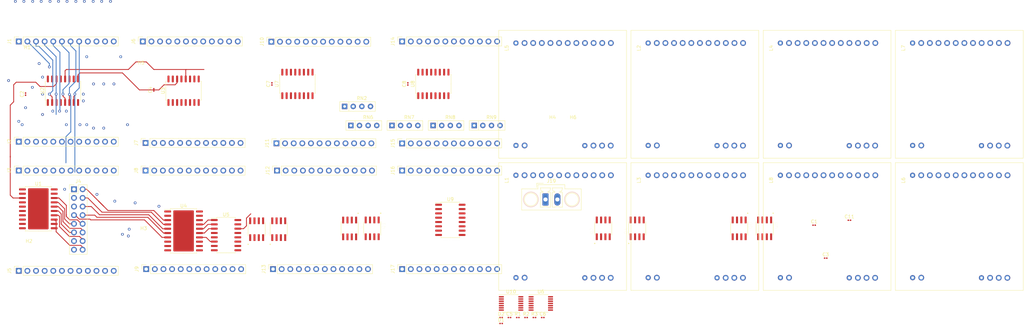
<source format=kicad_pcb>
(kicad_pcb (version 20171130) (host pcbnew 5.1.7-a382d34a8~87~ubuntu20.04.1)
  (layers (0 F.Cu signal) (31 B.Cu signal) (34 B.Paste user) (35 F.Paste user) (36 B.SilkS user) (37 F.SilkS user) (38 B.Mask user) (39 F.Mask user) (44 Edge.Cuts user))
  (net 0 "")
  (net 1 GND)
  (net 2 VCC)
  (net 3 "Net-(C5-Pad1)")
  (net 4 "Net-(C5-Pad2)")
  (net 5 "Net-(C6-Pad1)")
  (net 6 "Net-(R1-Pad1)")
  (net 7 /B0-b5)
  (net 8 /B1-a5)
  (net 9 /B2-b6)
  (net 10 /B3-a6)
  (net 11 /B4-b7)
  (net 12 /B5B6B7-b8)
  (net 13 /A5-SRCLK)
  (net 14 "Net-(U1-Pad5)")
  (net 15 "Net-(U1-Pad4)")
  (net 16 /A1-SER)
  (net 17 "Net-(U1-Pad2)")
  (net 18 /RCLK)
  (net 19 /QH-SER)
  (net 20 /a4-A5)
  (net 21 /A6-A7)
  (net 22 /A7-B4)
  (net 23 /B7-B7)
  (net 24 /B6-B6)
  (net 25 "Net-(U4-Pad15)")
  (net 26 "Net-(U4-Pad16)")
  (net 27 "Net-(U4-Pad17)")
  (net 28 "Net-(U4-Pad18)")
  (net 29 "Net-(U4-Pad19)")
  (net 30 "Net-(J4-Pad13)")
  (net 31 "Net-(RN2-Pad2)")
  (net 32 "Net-(RN2-Pad3)")
  (net 33 "Net-(RN2-Pad4)")
  (net 34 SRCLK-2)
  (net 35 LT)
  (net 36 "Net-(U3-Pad9)")
  (net 37 "Net-(U4-Pad13)")
  (net 38 "Net-(U4-Pad14)")
  (net 39 /E1)
  (net 40 /E3)
  (net 41 "Net-(U7-Pad9)")
  (net 42 /L1R8)
  (net 43 /L1R7)
  (net 44 /L1R6)
  (net 45 /L1R5)
  (net 46 /L1R4)
  (net 47 /L1R3)
  (net 48 /L1R2)
  (net 49 /L1R1)
  (net 50 /H4a)
  (net 51 /H3a)
  (net 52 /H2a)
  (net 53 /H1a)
  (net 54 /L1G8)
  (net 55 /L1G7)
  (net 56 /L1G6)
  (net 57 /L1G5)
  (net 58 /L1G4)
  (net 59 /L1G3)
  (net 60 /L1G2)
  (net 61 /L1G1)
  (net 62 /H5a)
  (net 63 /H6a)
  (net 64 /H7a)
  (net 65 /H8a)
  (net 66 /H1b)
  (net 67 /H2b)
  (net 68 /H3b)
  (net 69 /H4b)
  (net 70 /H5b)
  (net 71 /H6b)
  (net 72 /H7b)
  (net 73 /H8b)
  (net 74 /L3R8)
  (net 75 /L3R7)
  (net 76 /L3R6)
  (net 77 /L3R5)
  (net 78 /L3R4)
  (net 79 /L3R3)
  (net 80 /L3R2)
  (net 81 /L3R1)
  (net 82 "Net-(J7-Pad8)")
  (net 83 "Net-(J7-Pad7)")
  (net 84 "Net-(J7-Pad6)")
  (net 85 "Net-(J7-Pad5)")
  (net 86 "Net-(J7-Pad4)")
  (net 87 "Net-(J7-Pad3)")
  (net 88 "Net-(J7-Pad2)")
  (net 89 "Net-(J7-Pad1)")
  (net 90 /L5R1)
  (net 91 /L5R2)
  (net 92 /L5R3)
  (net 93 /L5R4)
  (net 94 /L5R5)
  (net 95 /L5R6)
  (net 96 /L5R7)
  (net 97 /L5R8)
  (net 98 "Net-(J11-Pad1)")
  (net 99 "Net-(J11-Pad2)")
  (net 100 "Net-(J11-Pad3)")
  (net 101 "Net-(J11-Pad4)")
  (net 102 "Net-(J11-Pad5)")
  (net 103 "Net-(J11-Pad6)")
  (net 104 "Net-(J11-Pad7)")
  (net 105 "Net-(J11-Pad8)")
  (net 106 /L7R8)
  (net 107 /L7R7)
  (net 108 /L7R6)
  (net 109 /L7R5)
  (net 110 /L7R4)
  (net 111 /L7R3)
  (net 112 /L7R2)
  (net 113 /L7R1)
  (net 114 /L7G8)
  (net 115 /L7G7)
  (net 116 /L7G6)
  (net 117 /L7G5)
  (net 118 /L7G4)
  (net 119 /L7G3)
  (net 120 /L7G2)
  (net 121 /L7G1)
  (net 122 /Y0-G2b)
  (net 123 /Y1-G1b)
  (net 124 /Y1-G1a)
  (net 125 /Y0-G2a)
  (net 126 /Y3-G1b)
  (net 127 /Y2-G2b)
  (net 128 /Y2-G2a)
  (net 129 /Y3-G1a)
  (net 130 /Y5-G1b)
  (net 131 /Y4-G2b)
  (net 132 /Y4-G2a)
  (net 133 /Y5-G1a)
  (net 134 /Y7-G1b)
  (net 135 /Y6-G2b)
  (net 136 /Y6-G2a)
  (net 137 /Y7-G1a)
  (net 138 "Net-(U2-Pad9)")
  (net 139 "Net-(J4-Pad8)")
  (net 140 "Net-(J4-Pad6)")
  (net 141 "Net-(J4-Pad4)")
  (net 142 "Net-(J4-Pad2)")
  (net 143 "Net-(L1-Pad12)")
  (net 144 "Net-(L1-Pad11)")
  (net 145 "Net-(L1-Pad10)")
  (net 146 "Net-(L1-Pad9)")
  (net 147 "Net-(L1-Pad8)")
  (net 148 "Net-(L1-Pad7)")
  (net 149 "Net-(L1-Pad6)")
  (net 150 "Net-(L1-Pad5)")
  (net 151 "Net-(L1-Pad4)")
  (net 152 "Net-(L1-Pad3)")
  (net 153 "Net-(L1-Pad2)")
  (net 154 "Net-(L1-Pad1)")
  (net 155 "Net-(L2-Pad12)")
  (net 156 "Net-(L2-Pad11)")
  (net 157 "Net-(L2-Pad10)")
  (net 158 "Net-(L2-Pad9)")
  (net 159 "Net-(L2-Pad8)")
  (net 160 "Net-(L2-Pad7)")
  (net 161 "Net-(L2-Pad6)")
  (net 162 "Net-(L2-Pad5)")
  (net 163 "Net-(L2-Pad4)")
  (net 164 "Net-(L2-Pad3)")
  (net 165 "Net-(L2-Pad2)")
  (net 166 "Net-(L2-Pad1)")
  (net 167 "Net-(L3-Pad1)")
  (net 168 "Net-(L3-Pad2)")
  (net 169 "Net-(L3-Pad4)")
  (net 170 "Net-(L3-Pad3)")
  (net 171 "Net-(L3-Pad5)")
  (net 172 "Net-(L3-Pad6)")
  (net 173 "Net-(L3-Pad7)")
  (net 174 "Net-(L3-Pad8)")
  (net 175 "Net-(L3-Pad9)")
  (net 176 "Net-(L3-Pad10)")
  (net 177 "Net-(L3-Pad11)")
  (net 178 "Net-(L3-Pad12)")
  (net 179 "Net-(L4-Pad1)")
  (net 180 "Net-(L4-Pad2)")
  (net 181 "Net-(L4-Pad4)")
  (net 182 "Net-(L4-Pad3)")
  (net 183 "Net-(L4-Pad5)")
  (net 184 "Net-(L4-Pad6)")
  (net 185 "Net-(L4-Pad7)")
  (net 186 "Net-(L4-Pad8)")
  (net 187 "Net-(L4-Pad9)")
  (net 188 "Net-(L4-Pad10)")
  (net 189 "Net-(L4-Pad11)")
  (net 190 "Net-(L4-Pad12)")
  (net 191 "Net-(L5-Pad12)")
  (net 192 "Net-(L5-Pad11)")
  (net 193 "Net-(L5-Pad10)")
  (net 194 "Net-(L5-Pad9)")
  (net 195 "Net-(L5-Pad8)")
  (net 196 "Net-(L5-Pad7)")
  (net 197 "Net-(L5-Pad6)")
  (net 198 "Net-(L5-Pad5)")
  (net 199 "Net-(L5-Pad4)")
  (net 200 "Net-(L5-Pad3)")
  (net 201 "Net-(L5-Pad2)")
  (net 202 "Net-(L5-Pad1)")
  (net 203 "Net-(L6-Pad1)")
  (net 204 "Net-(L6-Pad2)")
  (net 205 "Net-(L6-Pad4)")
  (net 206 "Net-(L6-Pad3)")
  (net 207 "Net-(L6-Pad5)")
  (net 208 "Net-(L6-Pad6)")
  (net 209 "Net-(L6-Pad7)")
  (net 210 "Net-(L6-Pad8)")
  (net 211 "Net-(L6-Pad9)")
  (net 212 "Net-(L6-Pad10)")
  (net 213 "Net-(L6-Pad11)")
  (net 214 "Net-(L6-Pad12)")
  (net 215 "Net-(L7-Pad1)")
  (net 216 "Net-(L7-Pad2)")
  (net 217 "Net-(L7-Pad4)")
  (net 218 "Net-(L7-Pad3)")
  (net 219 "Net-(L7-Pad5)")
  (net 220 "Net-(L7-Pad6)")
  (net 221 "Net-(L7-Pad7)")
  (net 222 "Net-(L7-Pad8)")
  (net 223 "Net-(L7-Pad9)")
  (net 224 "Net-(L7-Pad10)")
  (net 225 "Net-(L7-Pad11)")
  (net 226 "Net-(L7-Pad12)")
  (net 227 "Net-(L8-Pad12)")
  (net 228 "Net-(L8-Pad11)")
  (net 229 "Net-(L8-Pad10)")
  (net 230 "Net-(L8-Pad9)")
  (net 231 "Net-(L8-Pad8)")
  (net 232 "Net-(L8-Pad7)")
  (net 233 "Net-(L8-Pad6)")
  (net 234 "Net-(L8-Pad5)")
  (net 235 "Net-(L8-Pad4)")
  (net 236 "Net-(L8-Pad3)")
  (net 237 "Net-(L8-Pad2)")
  (net 238 "Net-(L8-Pad1)")
  (net 239 "Net-(U10-Pad5)")
  (module Connector_Phoenix_MC:PhoenixContact_MCV_1,5_2-GF-3.5_1x02_P3.50mm_Vertical_ThreadedFlange_MountHole (layer F.Cu) (at 218 109)
    (fp_text reference J19 (at 1.75 -5.45) (layer F.SilkS))
    (fp_text value Conn_01x02_Female)
    (pad "" np_thru_hole circle (at 7.8 0) (size 2.4 2.4) (drill 2.4) (layers *.Cu *.Mask))
    (pad "" np_thru_hole circle (at -4.3 0) (size 2.4 2.4) (drill 2.4) (layers *.Cu *.Mask))
    (pad 2 thru_hole oval (at 3.5 0) (size 1.8 3.6) (drill 1.2) (layers *.Cu *.Mask) (net 2 VCC))
    (pad 1 thru_hole roundrect (at 0 0) (size 1.8 3.6) (drill 1.2) (layers *.Cu *.Mask) (roundrect_rratio 0.138889) (net 1 GND))
  )
  (module Connector_PinHeader_2.54mm:PinHeader_2x08_P2.54mm_Vertical (layer F.Cu) (at 79.25 106)
    (fp_text reference J4 (at 1.27 -2.33) (layer F.SilkS))
    (fp_text value Conn_02x08_Counter_Clockwise)
    (pad 1 thru_hole rect (at 0 0) (size 1.7 1.7) (drill 1) (layers *.Cu *.Mask) (net 1 GND))
    (pad 2 thru_hole oval (at 2.54 0) (size 1.7 1.7) (drill 1) (layers *.Cu *.Mask) (net 142 "Net-(J4-Pad2)"))
    (pad 3 thru_hole oval (at 0 2.54) (size 1.7 1.7) (drill 1) (layers *.Cu *.Mask) (net 1 GND))
    (pad 4 thru_hole oval (at 2.54 2.54) (size 1.7 1.7) (drill 1) (layers *.Cu *.Mask) (net 141 "Net-(J4-Pad4)"))
    (pad 5 thru_hole oval (at 0 5.08) (size 1.7 1.7) (drill 1) (layers *.Cu *.Mask) (net 1 GND))
    (pad 6 thru_hole oval (at 2.54 5.08) (size 1.7 1.7) (drill 1) (layers *.Cu *.Mask) (net 140 "Net-(J4-Pad6)"))
    (pad 7 thru_hole oval (at 0 7.62) (size 1.7 1.7) (drill 1) (layers *.Cu *.Mask) (net 20 /a4-A5))
    (pad 8 thru_hole oval (at 2.54 7.62) (size 1.7 1.7) (drill 1) (layers *.Cu *.Mask) (net 139 "Net-(J4-Pad8)"))
    (pad 9 thru_hole oval (at 0 10.16) (size 1.7 1.7) (drill 1) (layers *.Cu *.Mask) (net 8 /B1-a5))
    (pad 10 thru_hole oval (at 2.54 10.16) (size 1.7 1.7) (drill 1) (layers *.Cu *.Mask) (net 7 /B0-b5))
    (pad 11 thru_hole oval (at 0 12.7) (size 1.7 1.7) (drill 1) (layers *.Cu *.Mask) (net 10 /B3-a6))
    (pad 12 thru_hole oval (at 2.54 12.7) (size 1.7 1.7) (drill 1) (layers *.Cu *.Mask) (net 9 /B2-b6))
    (pad 13 thru_hole oval (at 0 15.24) (size 1.7 1.7) (drill 1) (layers *.Cu *.Mask) (net 30 "Net-(J4-Pad13)"))
    (pad 14 thru_hole oval (at 2.54 15.24) (size 1.7 1.7) (drill 1) (layers *.Cu *.Mask) (net 11 /B4-b7))
    (pad 15 thru_hole oval (at 0 17.78) (size 1.7 1.7) (drill 1) (layers *.Cu *.Mask) (net 1 GND))
    (pad 16 thru_hole oval (at 2.54 17.78) (size 1.7 1.7) (drill 1) (layers *.Cu *.Mask) (net 12 /B5B6B7-b8))
  )
  (module FDS4953:SOIC127P600X175-8N (layer F.Cu) (at 167 117.5 270)
    (fp_text reference Q1 (at -0.795 -3.337 90) (layer F.SilkS) (effects (font (thickness 0.015))))
    (fp_text value FDS4953)
    (pad 8 smd rect (at 2.475 -1.905 270) (size 1.97 0.6) (layers F.Cu F.Paste F.Mask) (net 71 /H6b))
    (pad 7 smd rect (at 2.475 -0.635 270) (size 1.97 0.6) (layers F.Cu F.Paste F.Mask) (net 71 /H6b))
    (pad 6 smd rect (at 2.475 0.635 270) (size 1.97 0.6) (layers F.Cu F.Paste F.Mask) (net 70 /H5b))
    (pad 5 smd rect (at 2.475 1.905 270) (size 1.97 0.6) (layers F.Cu F.Paste F.Mask) (net 70 /H5b))
    (pad 4 smd rect (at -2.475 1.905 270) (size 1.97 0.6) (layers F.Cu F.Paste F.Mask) (net 122 /Y0-G2b))
    (pad 3 smd rect (at -2.475 0.635 270) (size 1.97 0.6) (layers F.Cu F.Paste F.Mask) (net 2 VCC))
    (pad 2 smd rect (at -2.475 -0.635 270) (size 1.97 0.6) (layers F.Cu F.Paste F.Mask) (net 123 /Y1-G1b))
    (pad 1 smd rect (at -2.475 -1.905 270) (size 1.97 0.6) (layers F.Cu F.Paste F.Mask) (net 2 VCC))
  )
  (module FDS4953:SOIC127P600X175-8N (layer F.Cu) (at 235 117.5 90)
    (fp_text reference Q2 (at -0.795 -3.337 90) (layer F.SilkS) (effects (font (thickness 0.015))))
    (fp_text value FDS4953)
    (pad 1 smd rect (at -2.475 -1.905 90) (size 1.97 0.6) (layers F.Cu F.Paste F.Mask) (net 2 VCC))
    (pad 2 smd rect (at -2.475 -0.635 90) (size 1.97 0.6) (layers F.Cu F.Paste F.Mask) (net 124 /Y1-G1a))
    (pad 3 smd rect (at -2.475 0.635 90) (size 1.97 0.6) (layers F.Cu F.Paste F.Mask) (net 2 VCC))
    (pad 4 smd rect (at -2.475 1.905 90) (size 1.97 0.6) (layers F.Cu F.Paste F.Mask) (net 125 /Y0-G2a))
    (pad 5 smd rect (at 2.475 1.905 90) (size 1.97 0.6) (layers F.Cu F.Paste F.Mask) (net 62 /H5a))
    (pad 6 smd rect (at 2.475 0.635 90) (size 1.97 0.6) (layers F.Cu F.Paste F.Mask) (net 62 /H5a))
    (pad 7 smd rect (at 2.475 -0.635 90) (size 1.97 0.6) (layers F.Cu F.Paste F.Mask) (net 63 /H6a))
    (pad 8 smd rect (at 2.475 -1.905 90) (size 1.97 0.6) (layers F.Cu F.Paste F.Mask) (net 63 /H6a))
  )
  (module FDS4953:SOIC127P600X175-8N (layer F.Cu) (at 160.365 117.525 270)
    (fp_text reference Q3 (at -0.795 -3.337 90) (layer F.SilkS) (effects (font (thickness 0.015))))
    (fp_text value FDS4953)
    (pad 1 smd rect (at -2.475 -1.905 270) (size 1.97 0.6) (layers F.Cu F.Paste F.Mask) (net 2 VCC))
    (pad 2 smd rect (at -2.475 -0.635 270) (size 1.97 0.6) (layers F.Cu F.Paste F.Mask) (net 126 /Y3-G1b))
    (pad 3 smd rect (at -2.475 0.635 270) (size 1.97 0.6) (layers F.Cu F.Paste F.Mask) (net 2 VCC))
    (pad 4 smd rect (at -2.475 1.905 270) (size 1.97 0.6) (layers F.Cu F.Paste F.Mask) (net 127 /Y2-G2b))
    (pad 5 smd rect (at 2.475 1.905 270) (size 1.97 0.6) (layers F.Cu F.Paste F.Mask) (net 72 /H7b))
    (pad 6 smd rect (at 2.475 0.635 270) (size 1.97 0.6) (layers F.Cu F.Paste F.Mask) (net 72 /H7b))
    (pad 7 smd rect (at 2.475 -0.635 270) (size 1.97 0.6) (layers F.Cu F.Paste F.Mask) (net 73 /H8b))
    (pad 8 smd rect (at 2.475 -1.905 270) (size 1.97 0.6) (layers F.Cu F.Paste F.Mask) (net 73 /H8b))
  )
  (module FDS4953:SOIC127P600X175-8N (layer F.Cu) (at 245 117.5 90)
    (fp_text reference Q4 (at -0.795 -3.337 90) (layer F.SilkS) (effects (font (thickness 0.015))))
    (fp_text value FDS4953)
    (pad 8 smd rect (at 2.475 -1.905 90) (size 1.97 0.6) (layers F.Cu F.Paste F.Mask) (net 65 /H8a))
    (pad 7 smd rect (at 2.475 -0.635 90) (size 1.97 0.6) (layers F.Cu F.Paste F.Mask) (net 65 /H8a))
    (pad 6 smd rect (at 2.475 0.635 90) (size 1.97 0.6) (layers F.Cu F.Paste F.Mask) (net 64 /H7a))
    (pad 5 smd rect (at 2.475 1.905 90) (size 1.97 0.6) (layers F.Cu F.Paste F.Mask) (net 64 /H7a))
    (pad 4 smd rect (at -2.475 1.905 90) (size 1.97 0.6) (layers F.Cu F.Paste F.Mask) (net 128 /Y2-G2a))
    (pad 3 smd rect (at -2.475 0.635 90) (size 1.97 0.6) (layers F.Cu F.Paste F.Mask) (net 2 VCC))
    (pad 2 smd rect (at -2.475 -0.635 90) (size 1.97 0.6) (layers F.Cu F.Paste F.Mask) (net 129 /Y3-G1a))
    (pad 1 smd rect (at -2.475 -1.905 90) (size 1.97 0.6) (layers F.Cu F.Paste F.Mask) (net 2 VCC))
  )
  (module FDS4953:SOIC127P600X175-8N (layer F.Cu) (at 139.5 117.75 90)
    (fp_text reference Q5 (at -0.795 -3.337 90) (layer F.SilkS) (effects (font (thickness 0.015))))
    (fp_text value FDS4953)
    (pad 1 smd rect (at -2.475 -1.905 90) (size 1.97 0.6) (layers F.Cu F.Paste F.Mask) (net 2 VCC))
    (pad 2 smd rect (at -2.475 -0.635 90) (size 1.97 0.6) (layers F.Cu F.Paste F.Mask) (net 130 /Y5-G1b))
    (pad 3 smd rect (at -2.475 0.635 90) (size 1.97 0.6) (layers F.Cu F.Paste F.Mask) (net 2 VCC))
    (pad 4 smd rect (at -2.475 1.905 90) (size 1.97 0.6) (layers F.Cu F.Paste F.Mask) (net 131 /Y4-G2b))
    (pad 5 smd rect (at 2.475 1.905 90) (size 1.97 0.6) (layers F.Cu F.Paste F.Mask) (net 69 /H4b))
    (pad 6 smd rect (at 2.475 0.635 90) (size 1.97 0.6) (layers F.Cu F.Paste F.Mask) (net 69 /H4b))
    (pad 7 smd rect (at 2.475 -0.635 90) (size 1.97 0.6) (layers F.Cu F.Paste F.Mask) (net 68 /H3b))
    (pad 8 smd rect (at 2.475 -1.905 90) (size 1.97 0.6) (layers F.Cu F.Paste F.Mask) (net 68 /H3b))
  )
  (module FDS4953:SOIC127P600X175-8N (layer F.Cu) (at 275 117.5 270)
    (fp_text reference Q6 (at -0.795 -3.337 90) (layer F.SilkS) (effects (font (thickness 0.015))))
    (fp_text value FDS4953)
    (pad 8 smd rect (at 2.475 -1.905 270) (size 1.97 0.6) (layers F.Cu F.Paste F.Mask) (net 51 /H3a))
    (pad 7 smd rect (at 2.475 -0.635 270) (size 1.97 0.6) (layers F.Cu F.Paste F.Mask) (net 51 /H3a))
    (pad 6 smd rect (at 2.475 0.635 270) (size 1.97 0.6) (layers F.Cu F.Paste F.Mask) (net 50 /H4a))
    (pad 5 smd rect (at 2.475 1.905 270) (size 1.97 0.6) (layers F.Cu F.Paste F.Mask) (net 50 /H4a))
    (pad 4 smd rect (at -2.475 1.905 270) (size 1.97 0.6) (layers F.Cu F.Paste F.Mask) (net 132 /Y4-G2a))
    (pad 3 smd rect (at -2.475 0.635 270) (size 1.97 0.6) (layers F.Cu F.Paste F.Mask) (net 2 VCC))
    (pad 2 smd rect (at -2.475 -0.635 270) (size 1.97 0.6) (layers F.Cu F.Paste F.Mask) (net 133 /Y5-G1a))
    (pad 1 smd rect (at -2.475 -1.905 270) (size 1.97 0.6) (layers F.Cu F.Paste F.Mask) (net 2 VCC))
  )
  (module FDS4953:SOIC127P600X175-8N (layer F.Cu) (at 133 117.75 90)
    (fp_text reference Q7 (at -0.795 -3.337 90) (layer F.SilkS) (effects (font (thickness 0.015))))
    (fp_text value FDS4953)
    (pad 1 smd rect (at -2.475 -1.905 90) (size 1.97 0.6) (layers F.Cu F.Paste F.Mask) (net 2 VCC))
    (pad 2 smd rect (at -2.475 -0.635 90) (size 1.97 0.6) (layers F.Cu F.Paste F.Mask) (net 134 /Y7-G1b))
    (pad 3 smd rect (at -2.475 0.635 90) (size 1.97 0.6) (layers F.Cu F.Paste F.Mask) (net 2 VCC))
    (pad 4 smd rect (at -2.475 1.905 90) (size 1.97 0.6) (layers F.Cu F.Paste F.Mask) (net 135 /Y6-G2b))
    (pad 5 smd rect (at 2.475 1.905 90) (size 1.97 0.6) (layers F.Cu F.Paste F.Mask) (net 67 /H2b))
    (pad 6 smd rect (at 2.475 0.635 90) (size 1.97 0.6) (layers F.Cu F.Paste F.Mask) (net 67 /H2b))
    (pad 7 smd rect (at 2.475 -0.635 90) (size 1.97 0.6) (layers F.Cu F.Paste F.Mask) (net 66 /H1b))
    (pad 8 smd rect (at 2.475 -1.905 90) (size 1.97 0.6) (layers F.Cu F.Paste F.Mask) (net 66 /H1b))
  )
  (module FDS4953:SOIC127P600X175-8N (layer F.Cu) (at 282.5 117.5 270)
    (fp_text reference Q8 (at -0.795 -3.337 90) (layer F.SilkS) (effects (font (thickness 0.015))))
    (fp_text value FDS4953)
    (pad 8 smd rect (at 2.475 -1.905 270) (size 1.97 0.6) (layers F.Cu F.Paste F.Mask) (net 53 /H1a))
    (pad 7 smd rect (at 2.475 -0.635 270) (size 1.97 0.6) (layers F.Cu F.Paste F.Mask) (net 53 /H1a))
    (pad 6 smd rect (at 2.475 0.635 270) (size 1.97 0.6) (layers F.Cu F.Paste F.Mask) (net 52 /H2a))
    (pad 5 smd rect (at 2.475 1.905 270) (size 1.97 0.6) (layers F.Cu F.Paste F.Mask) (net 52 /H2a))
    (pad 4 smd rect (at -2.475 1.905 270) (size 1.97 0.6) (layers F.Cu F.Paste F.Mask) (net 136 /Y6-G2a))
    (pad 3 smd rect (at -2.475 0.635 270) (size 1.97 0.6) (layers F.Cu F.Paste F.Mask) (net 2 VCC))
    (pad 2 smd rect (at -2.475 -0.635 270) (size 1.97 0.6) (layers F.Cu F.Paste F.Mask) (net 137 /Y7-G1a))
    (pad 1 smd rect (at -2.475 -1.905 270) (size 1.97 0.6) (layers F.Cu F.Paste F.Mask) (net 2 VCC))
  )
  (module Resistor_THT:R_Array_SIP4 (layer F.Cu) (at 158.885001 81.625001)
    (fp_text reference RN2 (at 5.08 -2.4) (layer F.SilkS))
    (fp_text value R_Network04)
    (pad 1 thru_hole rect (at 0 0) (size 1.6 1.6) (drill 0.8) (layers *.Cu *.Mask) (net 1 GND))
    (pad 2 thru_hole oval (at 2.54 0) (size 1.6 1.6) (drill 0.8) (layers *.Cu *.Mask) (net 31 "Net-(RN2-Pad2)"))
    (pad 3 thru_hole oval (at 5.08 0) (size 1.6 1.6) (drill 0.8) (layers *.Cu *.Mask) (net 32 "Net-(RN2-Pad3)"))
    (pad 4 thru_hole oval (at 7.62 0) (size 1.6 1.6) (drill 0.8) (layers *.Cu *.Mask) (net 33 "Net-(RN2-Pad4)"))
  )
  (module Package_SO:SO-20-1EP_7.52x12.825mm_P1.27mm_EP6.045x12.09mm_Mask3.56x4.47mm (layer F.Cu) (at 68.75 111.75)
    (fp_text reference U1 (at 0 -7.36) (layer F.SilkS))
    (fp_text value 74HC245)
    (pad 21 smd roundrect (at 0 0) (size 6.045 12.09) (layers F.Cu) (roundrect_rratio 0.041356))
    (pad 1 smd roundrect (at -4.675 -5.715) (size 2 0.6) (layers F.Cu F.Paste F.Mask) (net 1 GND))
    (pad 2 smd roundrect (at -4.675 -4.445) (size 2 0.6) (layers F.Cu F.Paste F.Mask) (net 17 "Net-(U1-Pad2)"))
    (pad 3 smd roundrect (at -4.675 -3.175) (size 2 0.6) (layers F.Cu F.Paste F.Mask) (net 16 /A1-SER))
    (pad 4 smd roundrect (at -4.675 -1.905) (size 2 0.6) (layers F.Cu F.Paste F.Mask) (net 15 "Net-(U1-Pad4)"))
    (pad 5 smd roundrect (at -4.675 -0.635) (size 2 0.6) (layers F.Cu F.Paste F.Mask) (net 14 "Net-(U1-Pad5)"))
    (pad 6 smd roundrect (at -4.675 0.635) (size 2 0.6) (layers F.Cu F.Paste F.Mask) (net 35 LT))
    (pad 7 smd roundrect (at -4.675 1.905) (size 2 0.6) (layers F.Cu F.Paste F.Mask) (net 13 /A5-SRCLK))
    (pad 8 smd roundrect (at -4.675 3.175) (size 2 0.6) (layers F.Cu F.Paste F.Mask) (net 31 "Net-(RN2-Pad2)"))
    (pad 9 smd roundrect (at -4.675 4.445) (size 2 0.6) (layers F.Cu F.Paste F.Mask) (net 34 SRCLK-2))
    (pad 10 smd roundrect (at -4.675 5.715) (size 2 0.6) (layers F.Cu F.Paste F.Mask) (net 1 GND))
    (pad 11 smd roundrect (at 4.675 5.715) (size 2 0.6) (layers F.Cu F.Paste F.Mask) (net 12 /B5B6B7-b8))
    (pad 12 smd roundrect (at 4.675 4.445) (size 2 0.6) (layers F.Cu F.Paste F.Mask) (net 12 /B5B6B7-b8))
    (pad 13 smd roundrect (at 4.675 3.175) (size 2 0.6) (layers F.Cu F.Paste F.Mask) (net 12 /B5B6B7-b8))
    (pad 14 smd roundrect (at 4.675 1.905) (size 2 0.6) (layers F.Cu F.Paste F.Mask) (net 11 /B4-b7))
    (pad 15 smd roundrect (at 4.675 0.635) (size 2 0.6) (layers F.Cu F.Paste F.Mask) (net 10 /B3-a6))
    (pad 16 smd roundrect (at 4.675 -0.635) (size 2 0.6) (layers F.Cu F.Paste F.Mask) (net 9 /B2-b6))
    (pad 17 smd roundrect (at 4.675 -1.905) (size 2 0.6) (layers F.Cu F.Paste F.Mask) (net 8 /B1-a5))
    (pad 18 smd roundrect (at 4.675 -3.175) (size 2 0.6) (layers F.Cu F.Paste F.Mask) (net 7 /B0-b5))
    (pad 19 smd roundrect (at 4.675 -4.445) (size 2 0.6) (layers F.Cu F.Paste F.Mask) (net 1 GND))
    (pad 20 smd roundrect (at 4.675 -5.715) (size 2 0.6) (layers F.Cu F.Paste F.Mask) (net 2 VCC))
  )
  (module Package_SO:SO-16_5.3x10.2mm_P1.27mm (layer F.Cu) (at 76 77 90)
    (fp_text reference U2 (at 0 -6.05 90) (layer F.SilkS))
    (fp_text value 74HC595)
    (pad 1 smd roundrect (at -3.4625 -4.445 90) (size 1.975 0.6) (layers F.Cu F.Paste F.Mask) (net 43 /L1R7))
    (pad 2 smd roundrect (at -3.4625 -3.175 90) (size 1.975 0.6) (layers F.Cu F.Paste F.Mask) (net 44 /L1R6))
    (pad 3 smd roundrect (at -3.4625 -1.905 90) (size 1.975 0.6) (layers F.Cu F.Paste F.Mask) (net 45 /L1R5))
    (pad 4 smd roundrect (at -3.4625 -0.635 90) (size 1.975 0.6) (layers F.Cu F.Paste F.Mask) (net 46 /L1R4))
    (pad 5 smd roundrect (at -3.4625 0.635 90) (size 1.975 0.6) (layers F.Cu F.Paste F.Mask) (net 47 /L1R3))
    (pad 6 smd roundrect (at -3.4625 1.905 90) (size 1.975 0.6) (layers F.Cu F.Paste F.Mask) (net 48 /L1R2))
    (pad 7 smd roundrect (at -3.4625 3.175 90) (size 1.975 0.6) (layers F.Cu F.Paste F.Mask) (net 49 /L1R1))
    (pad 8 smd roundrect (at -3.4625 4.445 90) (size 1.975 0.6) (layers F.Cu F.Paste F.Mask) (net 1 GND))
    (pad 9 smd roundrect (at 3.4625 4.445 90) (size 1.975 0.6) (layers F.Cu F.Paste F.Mask) (net 138 "Net-(U2-Pad9)"))
    (pad 10 smd roundrect (at 3.4625 3.175 90) (size 1.975 0.6) (layers F.Cu F.Paste F.Mask) (net 2 VCC))
    (pad 11 smd roundrect (at 3.4625 1.905 90) (size 1.975 0.6) (layers F.Cu F.Paste F.Mask) (net 13 /A5-SRCLK))
    (pad 12 smd roundrect (at 3.4625 0.635 90) (size 1.975 0.6) (layers F.Cu F.Paste F.Mask) (net 18 /RCLK))
    (pad 13 smd roundrect (at 3.4625 -0.635 90) (size 1.975 0.6) (layers F.Cu F.Paste F.Mask) (net 1 GND))
    (pad 14 smd roundrect (at 3.4625 -1.905 90) (size 1.975 0.6) (layers F.Cu F.Paste F.Mask) (net 16 /A1-SER))
    (pad 15 smd roundrect (at 3.4625 -3.175 90) (size 1.975 0.6) (layers F.Cu F.Paste F.Mask) (net 42 /L1R8))
    (pad 16 smd roundrect (at 3.4625 -4.445 90) (size 1.975 0.6) (layers F.Cu F.Paste F.Mask) (net 2 VCC))
  )
  (module Package_SO:SO-16_5.3x10.2mm_P1.27mm (layer F.Cu) (at 111.5 77 90)
    (fp_text reference U3 (at 0 -6.05 90) (layer F.SilkS))
    (fp_text value 74HC595)
    (pad 16 smd roundrect (at 3.4625 -4.445 90) (size 1.975 0.6) (layers F.Cu F.Paste F.Mask) (net 2 VCC))
    (pad 15 smd roundrect (at 3.4625 -3.175 90) (size 1.975 0.6) (layers F.Cu F.Paste F.Mask) (net 74 /L3R8))
    (pad 14 smd roundrect (at 3.4625 -1.905 90) (size 1.975 0.6) (layers F.Cu F.Paste F.Mask) (net 138 "Net-(U2-Pad9)"))
    (pad 13 smd roundrect (at 3.4625 -0.635 90) (size 1.975 0.6) (layers F.Cu F.Paste F.Mask) (net 1 GND))
    (pad 12 smd roundrect (at 3.4625 0.635 90) (size 1.975 0.6) (layers F.Cu F.Paste F.Mask) (net 18 /RCLK))
    (pad 11 smd roundrect (at 3.4625 1.905 90) (size 1.975 0.6) (layers F.Cu F.Paste F.Mask) (net 13 /A5-SRCLK))
    (pad 10 smd roundrect (at 3.4625 3.175 90) (size 1.975 0.6) (layers F.Cu F.Paste F.Mask) (net 2 VCC))
    (pad 9 smd roundrect (at 3.4625 4.445 90) (size 1.975 0.6) (layers F.Cu F.Paste F.Mask) (net 36 "Net-(U3-Pad9)"))
    (pad 8 smd roundrect (at -3.4625 4.445 90) (size 1.975 0.6) (layers F.Cu F.Paste F.Mask) (net 1 GND))
    (pad 7 smd roundrect (at -3.4625 3.175 90) (size 1.975 0.6) (layers F.Cu F.Paste F.Mask) (net 81 /L3R1))
    (pad 6 smd roundrect (at -3.4625 1.905 90) (size 1.975 0.6) (layers F.Cu F.Paste F.Mask) (net 80 /L3R2))
    (pad 5 smd roundrect (at -3.4625 0.635 90) (size 1.975 0.6) (layers F.Cu F.Paste F.Mask) (net 79 /L3R3))
    (pad 4 smd roundrect (at -3.4625 -0.635 90) (size 1.975 0.6) (layers F.Cu F.Paste F.Mask) (net 78 /L3R4))
    (pad 3 smd roundrect (at -3.4625 -1.905 90) (size 1.975 0.6) (layers F.Cu F.Paste F.Mask) (net 77 /L3R5))
    (pad 2 smd roundrect (at -3.4625 -3.175 90) (size 1.975 0.6) (layers F.Cu F.Paste F.Mask) (net 76 /L3R6))
    (pad 1 smd roundrect (at -3.4625 -4.445 90) (size 1.975 0.6) (layers F.Cu F.Paste F.Mask) (net 75 /L3R7))
  )
  (module Package_SO:SO-20-1EP_7.52x12.825mm_P1.27mm_EP6.045x12.09mm_Mask3.56x4.47mm (layer F.Cu) (at 111.5 118.25)
    (fp_text reference U4 (at 0 -7.36) (layer F.SilkS))
    (fp_text value 74HC245)
    (pad 20 smd roundrect (at 4.675 -5.715) (size 2 0.6) (layers F.Cu F.Paste F.Mask) (net 2 VCC))
    (pad 19 smd roundrect (at 4.675 -4.445) (size 2 0.6) (layers F.Cu F.Paste F.Mask) (net 29 "Net-(U4-Pad19)"))
    (pad 18 smd roundrect (at 4.675 -3.175) (size 2 0.6) (layers F.Cu F.Paste F.Mask) (net 28 "Net-(U4-Pad18)"))
    (pad 17 smd roundrect (at 4.675 -1.905) (size 2 0.6) (layers F.Cu F.Paste F.Mask) (net 27 "Net-(U4-Pad17)"))
    (pad 16 smd roundrect (at 4.675 -0.635) (size 2 0.6) (layers F.Cu F.Paste F.Mask) (net 26 "Net-(U4-Pad16)"))
    (pad 15 smd roundrect (at 4.675 0.635) (size 2 0.6) (layers F.Cu F.Paste F.Mask) (net 25 "Net-(U4-Pad15)"))
    (pad 14 smd roundrect (at 4.675 1.905) (size 2 0.6) (layers F.Cu F.Paste F.Mask) (net 38 "Net-(U4-Pad14)"))
    (pad 13 smd roundrect (at 4.675 3.175) (size 2 0.6) (layers F.Cu F.Paste F.Mask) (net 37 "Net-(U4-Pad13)"))
    (pad 12 smd roundrect (at 4.675 4.445) (size 2 0.6) (layers F.Cu F.Paste F.Mask) (net 24 /B6-B6))
    (pad 11 smd roundrect (at 4.675 5.715) (size 2 0.6) (layers F.Cu F.Paste F.Mask) (net 23 /B7-B7))
    (pad 10 smd roundrect (at -4.675 5.715) (size 2 0.6) (layers F.Cu F.Paste F.Mask) (net 1 GND))
    (pad 9 smd roundrect (at -4.675 4.445) (size 2 0.6) (layers F.Cu F.Paste F.Mask) (net 22 /A7-B4))
    (pad 8 smd roundrect (at -4.675 3.175) (size 2 0.6) (layers F.Cu F.Paste F.Mask) (net 21 /A6-A7))
    (pad 7 smd roundrect (at -4.675 1.905) (size 2 0.6) (layers F.Cu F.Paste F.Mask) (net 20 /a4-A5))
    (pad 6 smd roundrect (at -4.675 0.635) (size 2 0.6) (layers F.Cu F.Paste F.Mask) (net 139 "Net-(J4-Pad8)"))
    (pad 5 smd roundrect (at -4.675 -0.635) (size 2 0.6) (layers F.Cu F.Paste F.Mask) (net 140 "Net-(J4-Pad6)"))
    (pad 4 smd roundrect (at -4.675 -1.905) (size 2 0.6) (layers F.Cu F.Paste F.Mask) (net 141 "Net-(J4-Pad4)"))
    (pad 3 smd roundrect (at -4.675 -3.175) (size 2 0.6) (layers F.Cu F.Paste F.Mask) (net 142 "Net-(J4-Pad2)"))
    (pad 2 smd roundrect (at -4.675 -4.445) (size 2 0.6) (layers F.Cu F.Paste F.Mask) (net 2 VCC))
    (pad 1 smd roundrect (at -4.675 -5.715) (size 2 0.6) (layers F.Cu F.Paste F.Mask) (net 2 VCC))
    (pad 21 smd roundrect (at 0 0) (size 6.045 12.09) (layers F.Cu) (roundrect_rratio 0.041356))
  )
  (module Package_SO:SO-16_5.3x10.2mm_P1.27mm (layer F.Cu) (at 124 119.5)
    (fp_text reference U5 (at 0 -6.05) (layer F.SilkS))
    (fp_text value 74HC138D)
    (pad 1 smd roundrect (at -3.4625 -4.445) (size 1.975 0.6) (layers F.Cu F.Paste F.Mask) (net 27 "Net-(U4-Pad17)"))
    (pad 2 smd roundrect (at -3.4625 -3.175) (size 1.975 0.6) (layers F.Cu F.Paste F.Mask) (net 26 "Net-(U4-Pad16)"))
    (pad 3 smd roundrect (at -3.4625 -1.905) (size 1.975 0.6) (layers F.Cu F.Paste F.Mask) (net 25 "Net-(U4-Pad15)"))
    (pad 4 smd roundrect (at -3.4625 -0.635) (size 1.975 0.6) (layers F.Cu F.Paste F.Mask) (net 39 /E1))
    (pad 5 smd roundrect (at -3.4625 0.635) (size 1.975 0.6) (layers F.Cu F.Paste F.Mask) (net 37 "Net-(U4-Pad13)"))
    (pad 6 smd roundrect (at -3.4625 1.905) (size 1.975 0.6) (layers F.Cu F.Paste F.Mask) (net 38 "Net-(U4-Pad14)"))
    (pad 7 smd roundrect (at -3.4625 3.175) (size 1.975 0.6) (layers F.Cu F.Paste F.Mask) (net 134 /Y7-G1b))
    (pad 8 smd roundrect (at -3.4625 4.445) (size 1.975 0.6) (layers F.Cu F.Paste F.Mask) (net 1 GND))
    (pad 9 smd roundrect (at 3.4625 4.445) (size 1.975 0.6) (layers F.Cu F.Paste F.Mask) (net 135 /Y6-G2b))
    (pad 10 smd roundrect (at 3.4625 3.175) (size 1.975 0.6) (layers F.Cu F.Paste F.Mask) (net 130 /Y5-G1b))
    (pad 11 smd roundrect (at 3.4625 1.905) (size 1.975 0.6) (layers F.Cu F.Paste F.Mask) (net 131 /Y4-G2b))
    (pad 12 smd roundrect (at 3.4625 0.635) (size 1.975 0.6) (layers F.Cu F.Paste F.Mask) (net 126 /Y3-G1b))
    (pad 13 smd roundrect (at 3.4625 -0.635) (size 1.975 0.6) (layers F.Cu F.Paste F.Mask) (net 127 /Y2-G2b))
    (pad 14 smd roundrect (at 3.4625 -1.905) (size 1.975 0.6) (layers F.Cu F.Paste F.Mask) (net 123 /Y1-G1b))
    (pad 15 smd roundrect (at 3.4625 -3.175) (size 1.975 0.6) (layers F.Cu F.Paste F.Mask) (net 122 /Y0-G2b))
    (pad 16 smd roundrect (at 3.4625 -4.445) (size 1.975 0.6) (layers F.Cu F.Paste F.Mask) (net 2 VCC))
  )
  (module Package_SO:SO-16_5.3x10.2mm_P1.27mm (layer F.Cu) (at 145 75 90)
    (fp_text reference U7 (at 0 -6.05 90) (layer F.SilkS))
    (fp_text value 74HC595)
    (pad 16 smd roundrect (at 3.4625 -4.445 90) (size 1.975 0.6) (layers F.Cu F.Paste F.Mask) (net 2 VCC))
    (pad 15 smd roundrect (at 3.4625 -3.175 90) (size 1.975 0.6) (layers F.Cu F.Paste F.Mask) (net 97 /L5R8))
    (pad 14 smd roundrect (at 3.4625 -1.905 90) (size 1.975 0.6) (layers F.Cu F.Paste F.Mask) (net 36 "Net-(U3-Pad9)"))
    (pad 13 smd roundrect (at 3.4625 -0.635 90) (size 1.975 0.6) (layers F.Cu F.Paste F.Mask) (net 1 GND))
    (pad 12 smd roundrect (at 3.4625 0.635 90) (size 1.975 0.6) (layers F.Cu F.Paste F.Mask) (net 18 /RCLK))
    (pad 11 smd roundrect (at 3.4625 1.905 90) (size 1.975 0.6) (layers F.Cu F.Paste F.Mask) (net 13 /A5-SRCLK))
    (pad 10 smd roundrect (at 3.4625 3.175 90) (size 1.975 0.6) (layers F.Cu F.Paste F.Mask) (net 2 VCC))
    (pad 9 smd roundrect (at 3.4625 4.445 90) (size 1.975 0.6) (layers F.Cu F.Paste F.Mask) (net 41 "Net-(U7-Pad9)"))
    (pad 8 smd roundrect (at -3.4625 4.445 90) (size 1.975 0.6) (layers F.Cu F.Paste F.Mask) (net 1 GND))
    (pad 7 smd roundrect (at -3.4625 3.175 90) (size 1.975 0.6) (layers F.Cu F.Paste F.Mask) (net 90 /L5R1))
    (pad 6 smd roundrect (at -3.4625 1.905 90) (size 1.975 0.6) (layers F.Cu F.Paste F.Mask) (net 91 /L5R2))
    (pad 5 smd roundrect (at -3.4625 0.635 90) (size 1.975 0.6) (layers F.Cu F.Paste F.Mask) (net 92 /L5R3))
    (pad 4 smd roundrect (at -3.4625 -0.635 90) (size 1.975 0.6) (layers F.Cu F.Paste F.Mask) (net 93 /L5R4))
    (pad 3 smd roundrect (at -3.4625 -1.905 90) (size 1.975 0.6) (layers F.Cu F.Paste F.Mask) (net 94 /L5R5))
    (pad 2 smd roundrect (at -3.4625 -3.175 90) (size 1.975 0.6) (layers F.Cu F.Paste F.Mask) (net 95 /L5R6))
    (pad 1 smd roundrect (at -3.4625 -4.445 90) (size 1.975 0.6) (layers F.Cu F.Paste F.Mask) (net 96 /L5R7))
  )
  (module Package_SO:SO-16_5.3x10.2mm_P1.27mm (layer F.Cu) (at 185 75 90)
    (fp_text reference U8 (at 0 -6.05 90) (layer F.SilkS))
    (fp_text value 74HC595)
    (pad 16 smd roundrect (at 3.4625 -4.445 90) (size 1.975 0.6) (layers F.Cu F.Paste F.Mask) (net 2 VCC))
    (pad 15 smd roundrect (at 3.4625 -3.175 90) (size 1.975 0.6) (layers F.Cu F.Paste F.Mask) (net 106 /L7R8))
    (pad 14 smd roundrect (at 3.4625 -1.905 90) (size 1.975 0.6) (layers F.Cu F.Paste F.Mask) (net 41 "Net-(U7-Pad9)"))
    (pad 13 smd roundrect (at 3.4625 -0.635 90) (size 1.975 0.6) (layers F.Cu F.Paste F.Mask) (net 1 GND))
    (pad 12 smd roundrect (at 3.4625 0.635 90) (size 1.975 0.6) (layers F.Cu F.Paste F.Mask) (net 18 /RCLK))
    (pad 11 smd roundrect (at 3.4625 1.905 90) (size 1.975 0.6) (layers F.Cu F.Paste F.Mask) (net 13 /A5-SRCLK))
    (pad 10 smd roundrect (at 3.4625 3.175 90) (size 1.975 0.6) (layers F.Cu F.Paste F.Mask) (net 2 VCC))
    (pad 9 smd roundrect (at 3.4625 4.445 90) (size 1.975 0.6) (layers F.Cu F.Paste F.Mask) (net 19 /QH-SER))
    (pad 8 smd roundrect (at -3.4625 4.445 90) (size 1.975 0.6) (layers F.Cu F.Paste F.Mask) (net 1 GND))
    (pad 7 smd roundrect (at -3.4625 3.175 90) (size 1.975 0.6) (layers F.Cu F.Paste F.Mask) (net 113 /L7R1))
    (pad 6 smd roundrect (at -3.4625 1.905 90) (size 1.975 0.6) (layers F.Cu F.Paste F.Mask) (net 112 /L7R2))
    (pad 5 smd roundrect (at -3.4625 0.635 90) (size 1.975 0.6) (layers F.Cu F.Paste F.Mask) (net 111 /L7R3))
    (pad 4 smd roundrect (at -3.4625 -0.635 90) (size 1.975 0.6) (layers F.Cu F.Paste F.Mask) (net 110 /L7R4))
    (pad 3 smd roundrect (at -3.4625 -1.905 90) (size 1.975 0.6) (layers F.Cu F.Paste F.Mask) (net 109 /L7R5))
    (pad 2 smd roundrect (at -3.4625 -3.175 90) (size 1.975 0.6) (layers F.Cu F.Paste F.Mask) (net 108 /L7R6))
    (pad 1 smd roundrect (at -3.4625 -4.445 90) (size 1.975 0.6) (layers F.Cu F.Paste F.Mask) (net 107 /L7R7))
  )
  (module Package_SO:SO-16_5.3x10.2mm_P1.27mm (layer F.Cu) (at 190 115)
    (fp_text reference U9 (at 0 -6.05) (layer F.SilkS))
    (fp_text value 74HC138D)
    (pad 1 smd roundrect (at -3.4625 -4.445) (size 1.975 0.6) (layers F.Cu F.Paste F.Mask) (net 27 "Net-(U4-Pad17)"))
    (pad 2 smd roundrect (at -3.4625 -3.175) (size 1.975 0.6) (layers F.Cu F.Paste F.Mask) (net 26 "Net-(U4-Pad16)"))
    (pad 3 smd roundrect (at -3.4625 -1.905) (size 1.975 0.6) (layers F.Cu F.Paste F.Mask) (net 25 "Net-(U4-Pad15)"))
    (pad 4 smd roundrect (at -3.4625 -0.635) (size 1.975 0.6) (layers F.Cu F.Paste F.Mask) (net 38 "Net-(U4-Pad14)"))
    (pad 5 smd roundrect (at -3.4625 0.635) (size 1.975 0.6) (layers F.Cu F.Paste F.Mask) (net 37 "Net-(U4-Pad13)"))
    (pad 6 smd roundrect (at -3.4625 1.905) (size 1.975 0.6) (layers F.Cu F.Paste F.Mask) (net 40 /E3))
    (pad 7 smd roundrect (at -3.4625 3.175) (size 1.975 0.6) (layers F.Cu F.Paste F.Mask) (net 137 /Y7-G1a))
    (pad 8 smd roundrect (at -3.4625 4.445) (size 1.975 0.6) (layers F.Cu F.Paste F.Mask) (net 1 GND))
    (pad 9 smd roundrect (at 3.4625 4.445) (size 1.975 0.6) (layers F.Cu F.Paste F.Mask) (net 136 /Y6-G2a))
    (pad 10 smd roundrect (at 3.4625 3.175) (size 1.975 0.6) (layers F.Cu F.Paste F.Mask) (net 133 /Y5-G1a))
    (pad 11 smd roundrect (at 3.4625 1.905) (size 1.975 0.6) (layers F.Cu F.Paste F.Mask) (net 132 /Y4-G2a))
    (pad 12 smd roundrect (at 3.4625 0.635) (size 1.975 0.6) (layers F.Cu F.Paste F.Mask) (net 129 /Y3-G1a))
    (pad 13 smd roundrect (at 3.4625 -0.635) (size 1.975 0.6) (layers F.Cu F.Paste F.Mask) (net 128 /Y2-G2a))
    (pad 14 smd roundrect (at 3.4625 -1.905) (size 1.975 0.6) (layers F.Cu F.Paste F.Mask) (net 124 /Y1-G1a))
    (pad 15 smd roundrect (at 3.4625 -3.175) (size 1.975 0.6) (layers F.Cu F.Paste F.Mask) (net 125 /Y0-G2a))
    (pad 16 smd roundrect (at 3.4625 -4.445) (size 1.975 0.6) (layers F.Cu F.Paste F.Mask) (net 2 VCC))
  )
  (module Connector_PinSocket_2.54mm:PinSocket_1x12_P2.54mm_Vertical (layer F.Cu) (at 63 62.5 90)
    (fp_text reference J1 (at 0 -2.77 90) (layer F.SilkS))
    (fp_text value Conn_01x12_Male)
    (pad 1 thru_hole rect (at 0 0 90) (size 1.7 1.7) (drill 1) (layers *.Cu *.Mask) (net 42 /L1R8))
    (pad 2 thru_hole oval (at 0 2.54 90) (size 1.7 1.7) (drill 1) (layers *.Cu *.Mask) (net 43 /L1R7))
    (pad 3 thru_hole oval (at 0 5.08 90) (size 1.7 1.7) (drill 1) (layers *.Cu *.Mask) (net 44 /L1R6))
    (pad 4 thru_hole oval (at 0 7.62 90) (size 1.7 1.7) (drill 1) (layers *.Cu *.Mask) (net 45 /L1R5))
    (pad 5 thru_hole oval (at 0 10.16 90) (size 1.7 1.7) (drill 1) (layers *.Cu *.Mask) (net 46 /L1R4))
    (pad 6 thru_hole oval (at 0 12.7 90) (size 1.7 1.7) (drill 1) (layers *.Cu *.Mask) (net 47 /L1R3))
    (pad 7 thru_hole oval (at 0 15.24 90) (size 1.7 1.7) (drill 1) (layers *.Cu *.Mask) (net 48 /L1R2))
    (pad 8 thru_hole oval (at 0 17.78 90) (size 1.7 1.7) (drill 1) (layers *.Cu *.Mask) (net 49 /L1R1))
    (pad 9 thru_hole oval (at 0 20.32 90) (size 1.7 1.7) (drill 1) (layers *.Cu *.Mask) (net 50 /H4a))
    (pad 10 thru_hole oval (at 0 22.86 90) (size 1.7 1.7) (drill 1) (layers *.Cu *.Mask) (net 51 /H3a))
    (pad 11 thru_hole oval (at 0 25.4 90) (size 1.7 1.7) (drill 1) (layers *.Cu *.Mask) (net 52 /H2a))
    (pad 12 thru_hole oval (at 0 27.94 90) (size 1.7 1.7) (drill 1) (layers *.Cu *.Mask) (net 53 /H1a))
  )
  (module Connector_PinSocket_2.54mm:PinSocket_1x12_P2.54mm_Vertical (layer F.Cu) (at 63 92 90)
    (fp_text reference J2 (at 0 -2.77 90) (layer F.SilkS))
    (fp_text value Conn_01x12_Male)
    (pad 1 thru_hole rect (at 0 0 90) (size 1.7 1.7) (drill 1) (layers *.Cu *.Mask) (net 54 /L1G8))
    (pad 2 thru_hole oval (at 0 2.54 90) (size 1.7 1.7) (drill 1) (layers *.Cu *.Mask) (net 55 /L1G7))
    (pad 3 thru_hole oval (at 0 5.08 90) (size 1.7 1.7) (drill 1) (layers *.Cu *.Mask) (net 56 /L1G6))
    (pad 4 thru_hole oval (at 0 7.62 90) (size 1.7 1.7) (drill 1) (layers *.Cu *.Mask) (net 57 /L1G5))
    (pad 5 thru_hole oval (at 0 10.16 90) (size 1.7 1.7) (drill 1) (layers *.Cu *.Mask) (net 58 /L1G4))
    (pad 6 thru_hole oval (at 0 12.7 90) (size 1.7 1.7) (drill 1) (layers *.Cu *.Mask) (net 59 /L1G3))
    (pad 7 thru_hole oval (at 0 15.24 90) (size 1.7 1.7) (drill 1) (layers *.Cu *.Mask) (net 60 /L1G2))
    (pad 8 thru_hole oval (at 0 17.78 90) (size 1.7 1.7) (drill 1) (layers *.Cu *.Mask) (net 61 /L1G1))
    (pad 9 thru_hole oval (at 0 20.32 90) (size 1.7 1.7) (drill 1) (layers *.Cu *.Mask) (net 62 /H5a))
    (pad 10 thru_hole oval (at 0 22.86 90) (size 1.7 1.7) (drill 1) (layers *.Cu *.Mask) (net 63 /H6a))
    (pad 11 thru_hole oval (at 0 25.4 90) (size 1.7 1.7) (drill 1) (layers *.Cu *.Mask) (net 64 /H7a))
    (pad 12 thru_hole oval (at 0 27.94 90) (size 1.7 1.7) (drill 1) (layers *.Cu *.Mask) (net 65 /H8a))
  )
  (module Connector_PinSocket_2.54mm:PinSocket_1x12_P2.54mm_Vertical (layer F.Cu) (at 63 100.5 90)
    (fp_text reference J3 (at 0 -2.77 90) (layer F.SilkS))
    (fp_text value Conn_01x12_Male)
    (pad 12 thru_hole oval (at 0 27.94 90) (size 1.7 1.7) (drill 1) (layers *.Cu *.Mask) (net 66 /H1b))
    (pad 11 thru_hole oval (at 0 25.4 90) (size 1.7 1.7) (drill 1) (layers *.Cu *.Mask) (net 67 /H2b))
    (pad 10 thru_hole oval (at 0 22.86 90) (size 1.7 1.7) (drill 1) (layers *.Cu *.Mask) (net 68 /H3b))
    (pad 9 thru_hole oval (at 0 20.32 90) (size 1.7 1.7) (drill 1) (layers *.Cu *.Mask) (net 69 /H4b))
    (pad 8 thru_hole oval (at 0 17.78 90) (size 1.7 1.7) (drill 1) (layers *.Cu *.Mask) (net 49 /L1R1))
    (pad 7 thru_hole oval (at 0 15.24 90) (size 1.7 1.7) (drill 1) (layers *.Cu *.Mask) (net 48 /L1R2))
    (pad 6 thru_hole oval (at 0 12.7 90) (size 1.7 1.7) (drill 1) (layers *.Cu *.Mask) (net 47 /L1R3))
    (pad 5 thru_hole oval (at 0 10.16 90) (size 1.7 1.7) (drill 1) (layers *.Cu *.Mask) (net 46 /L1R4))
    (pad 4 thru_hole oval (at 0 7.62 90) (size 1.7 1.7) (drill 1) (layers *.Cu *.Mask) (net 45 /L1R5))
    (pad 3 thru_hole oval (at 0 5.08 90) (size 1.7 1.7) (drill 1) (layers *.Cu *.Mask) (net 44 /L1R6))
    (pad 2 thru_hole oval (at 0 2.54 90) (size 1.7 1.7) (drill 1) (layers *.Cu *.Mask) (net 43 /L1R7))
    (pad 1 thru_hole rect (at 0 0 90) (size 1.7 1.7) (drill 1) (layers *.Cu *.Mask) (net 42 /L1R8))
  )
  (module Connector_PinSocket_2.54mm:PinSocket_1x12_P2.54mm_Vertical (layer F.Cu) (at 63 130 90)
    (fp_text reference J5 (at 0 -2.77 90) (layer F.SilkS))
    (fp_text value Conn_01x12_Male)
    (pad 1 thru_hole rect (at 0 0 90) (size 1.7 1.7) (drill 1) (layers *.Cu *.Mask) (net 1 GND))
    (pad 2 thru_hole oval (at 0 2.54 90) (size 1.7 1.7) (drill 1) (layers *.Cu *.Mask) (net 1 GND))
    (pad 3 thru_hole oval (at 0 5.08 90) (size 1.7 1.7) (drill 1) (layers *.Cu *.Mask) (net 1 GND))
    (pad 4 thru_hole oval (at 0 7.62 90) (size 1.7 1.7) (drill 1) (layers *.Cu *.Mask) (net 1 GND))
    (pad 5 thru_hole oval (at 0 10.16 90) (size 1.7 1.7) (drill 1) (layers *.Cu *.Mask) (net 1 GND))
    (pad 6 thru_hole oval (at 0 12.7 90) (size 1.7 1.7) (drill 1) (layers *.Cu *.Mask) (net 1 GND))
    (pad 7 thru_hole oval (at 0 15.24 90) (size 1.7 1.7) (drill 1) (layers *.Cu *.Mask) (net 1 GND))
    (pad 8 thru_hole oval (at 0 17.78 90) (size 1.7 1.7) (drill 1) (layers *.Cu *.Mask) (net 1 GND))
    (pad 9 thru_hole oval (at 0 20.32 90) (size 1.7 1.7) (drill 1) (layers *.Cu *.Mask) (net 70 /H5b))
    (pad 10 thru_hole oval (at 0 22.86 90) (size 1.7 1.7) (drill 1) (layers *.Cu *.Mask) (net 71 /H6b))
    (pad 11 thru_hole oval (at 0 25.4 90) (size 1.7 1.7) (drill 1) (layers *.Cu *.Mask) (net 72 /H7b))
    (pad 12 thru_hole oval (at 0 27.94 90) (size 1.7 1.7) (drill 1) (layers *.Cu *.Mask) (net 73 /H8b))
  )
  (module Connector_PinSocket_2.54mm:PinSocket_1x12_P2.54mm_Vertical (layer F.Cu) (at 99.5 62.5 90)
    (fp_text reference J6 (at 0 -2.77 90) (layer F.SilkS))
    (fp_text value Conn_01x12_Male)
    (pad 1 thru_hole rect (at 0 0 90) (size 1.7 1.7) (drill 1) (layers *.Cu *.Mask) (net 74 /L3R8))
    (pad 2 thru_hole oval (at 0 2.54 90) (size 1.7 1.7) (drill 1) (layers *.Cu *.Mask) (net 75 /L3R7))
    (pad 3 thru_hole oval (at 0 5.08 90) (size 1.7 1.7) (drill 1) (layers *.Cu *.Mask) (net 76 /L3R6))
    (pad 4 thru_hole oval (at 0 7.62 90) (size 1.7 1.7) (drill 1) (layers *.Cu *.Mask) (net 77 /L3R5))
    (pad 5 thru_hole oval (at 0 10.16 90) (size 1.7 1.7) (drill 1) (layers *.Cu *.Mask) (net 78 /L3R4))
    (pad 6 thru_hole oval (at 0 12.7 90) (size 1.7 1.7) (drill 1) (layers *.Cu *.Mask) (net 79 /L3R3))
    (pad 7 thru_hole oval (at 0 15.24 90) (size 1.7 1.7) (drill 1) (layers *.Cu *.Mask) (net 80 /L3R2))
    (pad 8 thru_hole oval (at 0 17.78 90) (size 1.7 1.7) (drill 1) (layers *.Cu *.Mask) (net 81 /L3R1))
    (pad 9 thru_hole oval (at 0 20.32 90) (size 1.7 1.7) (drill 1) (layers *.Cu *.Mask) (net 50 /H4a))
    (pad 10 thru_hole oval (at 0 22.86 90) (size 1.7 1.7) (drill 1) (layers *.Cu *.Mask) (net 51 /H3a))
    (pad 11 thru_hole oval (at 0 25.4 90) (size 1.7 1.7) (drill 1) (layers *.Cu *.Mask) (net 52 /H2a))
    (pad 12 thru_hole oval (at 0 27.94 90) (size 1.7 1.7) (drill 1) (layers *.Cu *.Mask) (net 53 /H1a))
  )
  (module Connector_PinSocket_2.54mm:PinSocket_1x12_P2.54mm_Vertical (layer F.Cu) (at 100.325001 92.374999 90)
    (fp_text reference J7 (at 0 -2.77 90) (layer F.SilkS))
    (fp_text value Conn_01x12_Male)
    (pad 12 thru_hole oval (at 0 27.94 90) (size 1.7 1.7) (drill 1) (layers *.Cu *.Mask) (net 65 /H8a))
    (pad 11 thru_hole oval (at 0 25.4 90) (size 1.7 1.7) (drill 1) (layers *.Cu *.Mask) (net 64 /H7a))
    (pad 10 thru_hole oval (at 0 22.86 90) (size 1.7 1.7) (drill 1) (layers *.Cu *.Mask) (net 63 /H6a))
    (pad 9 thru_hole oval (at 0 20.32 90) (size 1.7 1.7) (drill 1) (layers *.Cu *.Mask) (net 62 /H5a))
    (pad 8 thru_hole oval (at 0 17.78 90) (size 1.7 1.7) (drill 1) (layers *.Cu *.Mask) (net 82 "Net-(J7-Pad8)"))
    (pad 7 thru_hole oval (at 0 15.24 90) (size 1.7 1.7) (drill 1) (layers *.Cu *.Mask) (net 83 "Net-(J7-Pad7)"))
    (pad 6 thru_hole oval (at 0 12.7 90) (size 1.7 1.7) (drill 1) (layers *.Cu *.Mask) (net 84 "Net-(J7-Pad6)"))
    (pad 5 thru_hole oval (at 0 10.16 90) (size 1.7 1.7) (drill 1) (layers *.Cu *.Mask) (net 85 "Net-(J7-Pad5)"))
    (pad 4 thru_hole oval (at 0 7.62 90) (size 1.7 1.7) (drill 1) (layers *.Cu *.Mask) (net 86 "Net-(J7-Pad4)"))
    (pad 3 thru_hole oval (at 0 5.08 90) (size 1.7 1.7) (drill 1) (layers *.Cu *.Mask) (net 87 "Net-(J7-Pad3)"))
    (pad 2 thru_hole oval (at 0 2.54 90) (size 1.7 1.7) (drill 1) (layers *.Cu *.Mask) (net 88 "Net-(J7-Pad2)"))
    (pad 1 thru_hole rect (at 0 0 90) (size 1.7 1.7) (drill 1) (layers *.Cu *.Mask) (net 89 "Net-(J7-Pad1)"))
  )
  (module Connector_PinSocket_2.54mm:PinSocket_1x12_P2.54mm_Vertical (layer F.Cu) (at 100.325001 100.5 90)
    (fp_text reference J8 (at 0 -2.77 90) (layer F.SilkS))
    (fp_text value Conn_01x12_Male)
    (pad 12 thru_hole oval (at 0 27.94 90) (size 1.7 1.7) (drill 1) (layers *.Cu *.Mask) (net 66 /H1b))
    (pad 11 thru_hole oval (at 0 25.4 90) (size 1.7 1.7) (drill 1) (layers *.Cu *.Mask) (net 67 /H2b))
    (pad 10 thru_hole oval (at 0 22.86 90) (size 1.7 1.7) (drill 1) (layers *.Cu *.Mask) (net 68 /H3b))
    (pad 9 thru_hole oval (at 0 20.32 90) (size 1.7 1.7) (drill 1) (layers *.Cu *.Mask) (net 69 /H4b))
    (pad 8 thru_hole oval (at 0 17.78 90) (size 1.7 1.7) (drill 1) (layers *.Cu *.Mask) (net 81 /L3R1))
    (pad 7 thru_hole oval (at 0 15.24 90) (size 1.7 1.7) (drill 1) (layers *.Cu *.Mask) (net 80 /L3R2))
    (pad 6 thru_hole oval (at 0 12.7 90) (size 1.7 1.7) (drill 1) (layers *.Cu *.Mask) (net 79 /L3R3))
    (pad 5 thru_hole oval (at 0 10.16 90) (size 1.7 1.7) (drill 1) (layers *.Cu *.Mask) (net 78 /L3R4))
    (pad 4 thru_hole oval (at 0 7.62 90) (size 1.7 1.7) (drill 1) (layers *.Cu *.Mask) (net 77 /L3R5))
    (pad 3 thru_hole oval (at 0 5.08 90) (size 1.7 1.7) (drill 1) (layers *.Cu *.Mask) (net 76 /L3R6))
    (pad 2 thru_hole oval (at 0 2.54 90) (size 1.7 1.7) (drill 1) (layers *.Cu *.Mask) (net 75 /L3R7))
    (pad 1 thru_hole rect (at 0 0 90) (size 1.7 1.7) (drill 1) (layers *.Cu *.Mask) (net 74 /L3R8))
  )
  (module Connector_PinSocket_2.54mm:PinSocket_1x12_P2.54mm_Vertical (layer F.Cu) (at 100.5 129.5 90)
    (fp_text reference J9 (at 0 -2.77 90) (layer F.SilkS))
    (fp_text value Conn_01x12_Male)
    (pad 1 thru_hole rect (at 0 0 90) (size 1.7 1.7) (drill 1) (layers *.Cu *.Mask) (net 1 GND))
    (pad 2 thru_hole oval (at 0 2.54 90) (size 1.7 1.7) (drill 1) (layers *.Cu *.Mask) (net 1 GND))
    (pad 3 thru_hole oval (at 0 5.08 90) (size 1.7 1.7) (drill 1) (layers *.Cu *.Mask) (net 1 GND))
    (pad 4 thru_hole oval (at 0 7.62 90) (size 1.7 1.7) (drill 1) (layers *.Cu *.Mask) (net 1 GND))
    (pad 5 thru_hole oval (at 0 10.16 90) (size 1.7 1.7) (drill 1) (layers *.Cu *.Mask) (net 1 GND))
    (pad 6 thru_hole oval (at 0 12.7 90) (size 1.7 1.7) (drill 1) (layers *.Cu *.Mask) (net 1 GND))
    (pad 7 thru_hole oval (at 0 15.24 90) (size 1.7 1.7) (drill 1) (layers *.Cu *.Mask) (net 1 GND))
    (pad 8 thru_hole oval (at 0 17.78 90) (size 1.7 1.7) (drill 1) (layers *.Cu *.Mask) (net 1 GND))
    (pad 9 thru_hole oval (at 0 20.32 90) (size 1.7 1.7) (drill 1) (layers *.Cu *.Mask) (net 70 /H5b))
    (pad 10 thru_hole oval (at 0 22.86 90) (size 1.7 1.7) (drill 1) (layers *.Cu *.Mask) (net 71 /H6b))
    (pad 11 thru_hole oval (at 0 25.4 90) (size 1.7 1.7) (drill 1) (layers *.Cu *.Mask) (net 72 /H7b))
    (pad 12 thru_hole oval (at 0 27.94 90) (size 1.7 1.7) (drill 1) (layers *.Cu *.Mask) (net 73 /H8b))
  )
  (module Connector_PinSocket_2.54mm:PinSocket_1x12_P2.54mm_Vertical (layer F.Cu) (at 137.325001 62.574999 90)
    (fp_text reference J10 (at 0 -2.77 90) (layer F.SilkS))
    (fp_text value Conn_01x12_Male)
    (pad 12 thru_hole oval (at 0 27.94 90) (size 1.7 1.7) (drill 1) (layers *.Cu *.Mask) (net 53 /H1a))
    (pad 11 thru_hole oval (at 0 25.4 90) (size 1.7 1.7) (drill 1) (layers *.Cu *.Mask) (net 52 /H2a))
    (pad 10 thru_hole oval (at 0 22.86 90) (size 1.7 1.7) (drill 1) (layers *.Cu *.Mask) (net 51 /H3a))
    (pad 9 thru_hole oval (at 0 20.32 90) (size 1.7 1.7) (drill 1) (layers *.Cu *.Mask) (net 50 /H4a))
    (pad 8 thru_hole oval (at 0 17.78 90) (size 1.7 1.7) (drill 1) (layers *.Cu *.Mask) (net 90 /L5R1))
    (pad 7 thru_hole oval (at 0 15.24 90) (size 1.7 1.7) (drill 1) (layers *.Cu *.Mask) (net 91 /L5R2))
    (pad 6 thru_hole oval (at 0 12.7 90) (size 1.7 1.7) (drill 1) (layers *.Cu *.Mask) (net 92 /L5R3))
    (pad 5 thru_hole oval (at 0 10.16 90) (size 1.7 1.7) (drill 1) (layers *.Cu *.Mask) (net 93 /L5R4))
    (pad 4 thru_hole oval (at 0 7.62 90) (size 1.7 1.7) (drill 1) (layers *.Cu *.Mask) (net 94 /L5R5))
    (pad 3 thru_hole oval (at 0 5.08 90) (size 1.7 1.7) (drill 1) (layers *.Cu *.Mask) (net 95 /L5R6))
    (pad 2 thru_hole oval (at 0 2.54 90) (size 1.7 1.7) (drill 1) (layers *.Cu *.Mask) (net 96 /L5R7))
    (pad 1 thru_hole rect (at 0 0 90) (size 1.7 1.7) (drill 1) (layers *.Cu *.Mask) (net 97 /L5R8))
  )
  (module Connector_PinSocket_2.54mm:PinSocket_1x12_P2.54mm_Vertical (layer F.Cu) (at 138.825001 92.474999 90)
    (fp_text reference J11 (at 0 -2.77 90) (layer F.SilkS))
    (fp_text value Conn_01x12_Male)
    (pad 1 thru_hole rect (at 0 0 90) (size 1.7 1.7) (drill 1) (layers *.Cu *.Mask) (net 98 "Net-(J11-Pad1)"))
    (pad 2 thru_hole oval (at 0 2.54 90) (size 1.7 1.7) (drill 1) (layers *.Cu *.Mask) (net 99 "Net-(J11-Pad2)"))
    (pad 3 thru_hole oval (at 0 5.08 90) (size 1.7 1.7) (drill 1) (layers *.Cu *.Mask) (net 100 "Net-(J11-Pad3)"))
    (pad 4 thru_hole oval (at 0 7.62 90) (size 1.7 1.7) (drill 1) (layers *.Cu *.Mask) (net 101 "Net-(J11-Pad4)"))
    (pad 5 thru_hole oval (at 0 10.16 90) (size 1.7 1.7) (drill 1) (layers *.Cu *.Mask) (net 102 "Net-(J11-Pad5)"))
    (pad 6 thru_hole oval (at 0 12.7 90) (size 1.7 1.7) (drill 1) (layers *.Cu *.Mask) (net 103 "Net-(J11-Pad6)"))
    (pad 7 thru_hole oval (at 0 15.24 90) (size 1.7 1.7) (drill 1) (layers *.Cu *.Mask) (net 104 "Net-(J11-Pad7)"))
    (pad 8 thru_hole oval (at 0 17.78 90) (size 1.7 1.7) (drill 1) (layers *.Cu *.Mask) (net 105 "Net-(J11-Pad8)"))
    (pad 9 thru_hole oval (at 0 20.32 90) (size 1.7 1.7) (drill 1) (layers *.Cu *.Mask) (net 62 /H5a))
    (pad 10 thru_hole oval (at 0 22.86 90) (size 1.7 1.7) (drill 1) (layers *.Cu *.Mask) (net 63 /H6a))
    (pad 11 thru_hole oval (at 0 25.4 90) (size 1.7 1.7) (drill 1) (layers *.Cu *.Mask) (net 64 /H7a))
    (pad 12 thru_hole oval (at 0 27.94 90) (size 1.7 1.7) (drill 1) (layers *.Cu *.Mask) (net 65 /H8a))
  )
  (module Connector_PinSocket_2.54mm:PinSocket_1x12_P2.54mm_Vertical (layer F.Cu) (at 139 100.5 90)
    (fp_text reference J12 (at 0 -2.77 90) (layer F.SilkS))
    (fp_text value Conn_01x12_Male)
    (pad 12 thru_hole oval (at 0 27.94 90) (size 1.7 1.7) (drill 1) (layers *.Cu *.Mask) (net 66 /H1b))
    (pad 11 thru_hole oval (at 0 25.4 90) (size 1.7 1.7) (drill 1) (layers *.Cu *.Mask) (net 67 /H2b))
    (pad 10 thru_hole oval (at 0 22.86 90) (size 1.7 1.7) (drill 1) (layers *.Cu *.Mask) (net 68 /H3b))
    (pad 9 thru_hole oval (at 0 20.32 90) (size 1.7 1.7) (drill 1) (layers *.Cu *.Mask) (net 69 /H4b))
    (pad 8 thru_hole oval (at 0 17.78 90) (size 1.7 1.7) (drill 1) (layers *.Cu *.Mask) (net 90 /L5R1))
    (pad 7 thru_hole oval (at 0 15.24 90) (size 1.7 1.7) (drill 1) (layers *.Cu *.Mask) (net 91 /L5R2))
    (pad 6 thru_hole oval (at 0 12.7 90) (size 1.7 1.7) (drill 1) (layers *.Cu *.Mask) (net 92 /L5R3))
    (pad 5 thru_hole oval (at 0 10.16 90) (size 1.7 1.7) (drill 1) (layers *.Cu *.Mask) (net 93 /L5R4))
    (pad 4 thru_hole oval (at 0 7.62 90) (size 1.7 1.7) (drill 1) (layers *.Cu *.Mask) (net 94 /L5R5))
    (pad 3 thru_hole oval (at 0 5.08 90) (size 1.7 1.7) (drill 1) (layers *.Cu *.Mask) (net 95 /L5R6))
    (pad 2 thru_hole oval (at 0 2.54 90) (size 1.7 1.7) (drill 1) (layers *.Cu *.Mask) (net 96 /L5R7))
    (pad 1 thru_hole rect (at 0 0 90) (size 1.7 1.7) (drill 1) (layers *.Cu *.Mask) (net 97 /L5R8))
  )
  (module Connector_PinSocket_2.54mm:PinSocket_1x12_P2.54mm_Vertical (layer F.Cu) (at 137.825001 129.5 90)
    (fp_text reference J13 (at 0 -2.77 90) (layer F.SilkS))
    (fp_text value Conn_01x12_Male)
    (pad 1 thru_hole rect (at 0 0 90) (size 1.7 1.7) (drill 1) (layers *.Cu *.Mask) (net 1 GND))
    (pad 2 thru_hole oval (at 0 2.54 90) (size 1.7 1.7) (drill 1) (layers *.Cu *.Mask) (net 1 GND))
    (pad 3 thru_hole oval (at 0 5.08 90) (size 1.7 1.7) (drill 1) (layers *.Cu *.Mask) (net 1 GND))
    (pad 4 thru_hole oval (at 0 7.62 90) (size 1.7 1.7) (drill 1) (layers *.Cu *.Mask) (net 1 GND))
    (pad 5 thru_hole oval (at 0 10.16 90) (size 1.7 1.7) (drill 1) (layers *.Cu *.Mask) (net 1 GND))
    (pad 6 thru_hole oval (at 0 12.7 90) (size 1.7 1.7) (drill 1) (layers *.Cu *.Mask) (net 1 GND))
    (pad 7 thru_hole oval (at 0 15.24 90) (size 1.7 1.7) (drill 1) (layers *.Cu *.Mask) (net 1 GND))
    (pad 8 thru_hole oval (at 0 17.78 90) (size 1.7 1.7) (drill 1) (layers *.Cu *.Mask) (net 1 GND))
    (pad 9 thru_hole oval (at 0 20.32 90) (size 1.7 1.7) (drill 1) (layers *.Cu *.Mask) (net 70 /H5b))
    (pad 10 thru_hole oval (at 0 22.86 90) (size 1.7 1.7) (drill 1) (layers *.Cu *.Mask) (net 71 /H6b))
    (pad 11 thru_hole oval (at 0 25.4 90) (size 1.7 1.7) (drill 1) (layers *.Cu *.Mask) (net 72 /H7b))
    (pad 12 thru_hole oval (at 0 27.94 90) (size 1.7 1.7) (drill 1) (layers *.Cu *.Mask) (net 73 /H8b))
  )
  (module Connector_PinSocket_2.54mm:PinSocket_1x12_P2.54mm_Vertical (layer F.Cu) (at 175.825001 62.5 90)
    (fp_text reference J14 (at 0 -2.77 90) (layer F.SilkS))
    (fp_text value Conn_01x12_Male)
    (pad 1 thru_hole rect (at 0 0 90) (size 1.7 1.7) (drill 1) (layers *.Cu *.Mask) (net 106 /L7R8))
    (pad 2 thru_hole oval (at 0 2.54 90) (size 1.7 1.7) (drill 1) (layers *.Cu *.Mask) (net 107 /L7R7))
    (pad 3 thru_hole oval (at 0 5.08 90) (size 1.7 1.7) (drill 1) (layers *.Cu *.Mask) (net 108 /L7R6))
    (pad 4 thru_hole oval (at 0 7.62 90) (size 1.7 1.7) (drill 1) (layers *.Cu *.Mask) (net 109 /L7R5))
    (pad 5 thru_hole oval (at 0 10.16 90) (size 1.7 1.7) (drill 1) (layers *.Cu *.Mask) (net 110 /L7R4))
    (pad 6 thru_hole oval (at 0 12.7 90) (size 1.7 1.7) (drill 1) (layers *.Cu *.Mask) (net 111 /L7R3))
    (pad 7 thru_hole oval (at 0 15.24 90) (size 1.7 1.7) (drill 1) (layers *.Cu *.Mask) (net 112 /L7R2))
    (pad 8 thru_hole oval (at 0 17.78 90) (size 1.7 1.7) (drill 1) (layers *.Cu *.Mask) (net 113 /L7R1))
    (pad 9 thru_hole oval (at 0 20.32 90) (size 1.7 1.7) (drill 1) (layers *.Cu *.Mask) (net 50 /H4a))
    (pad 10 thru_hole oval (at 0 22.86 90) (size 1.7 1.7) (drill 1) (layers *.Cu *.Mask) (net 51 /H3a))
    (pad 11 thru_hole oval (at 0 25.4 90) (size 1.7 1.7) (drill 1) (layers *.Cu *.Mask) (net 52 /H2a))
    (pad 12 thru_hole oval (at 0 27.94 90) (size 1.7 1.7) (drill 1) (layers *.Cu *.Mask) (net 53 /H1a))
  )
  (module Connector_PinSocket_2.54mm:PinSocket_1x12_P2.54mm_Vertical (layer F.Cu) (at 175.825001 92.5 90)
    (fp_text reference J15 (at 0 -2.77 90) (layer F.SilkS))
    (fp_text value Conn_01x12_Male)
    (pad 1 thru_hole rect (at 0 0 90) (size 1.7 1.7) (drill 1) (layers *.Cu *.Mask) (net 114 /L7G8))
    (pad 2 thru_hole oval (at 0 2.54 90) (size 1.7 1.7) (drill 1) (layers *.Cu *.Mask) (net 115 /L7G7))
    (pad 3 thru_hole oval (at 0 5.08 90) (size 1.7 1.7) (drill 1) (layers *.Cu *.Mask) (net 116 /L7G6))
    (pad 4 thru_hole oval (at 0 7.62 90) (size 1.7 1.7) (drill 1) (layers *.Cu *.Mask) (net 117 /L7G5))
    (pad 5 thru_hole oval (at 0 10.16 90) (size 1.7 1.7) (drill 1) (layers *.Cu *.Mask) (net 118 /L7G4))
    (pad 6 thru_hole oval (at 0 12.7 90) (size 1.7 1.7) (drill 1) (layers *.Cu *.Mask) (net 119 /L7G3))
    (pad 7 thru_hole oval (at 0 15.24 90) (size 1.7 1.7) (drill 1) (layers *.Cu *.Mask) (net 120 /L7G2))
    (pad 8 thru_hole oval (at 0 17.78 90) (size 1.7 1.7) (drill 1) (layers *.Cu *.Mask) (net 121 /L7G1))
    (pad 9 thru_hole oval (at 0 20.32 90) (size 1.7 1.7) (drill 1) (layers *.Cu *.Mask) (net 62 /H5a))
    (pad 10 thru_hole oval (at 0 22.86 90) (size 1.7 1.7) (drill 1) (layers *.Cu *.Mask) (net 63 /H6a))
    (pad 11 thru_hole oval (at 0 25.4 90) (size 1.7 1.7) (drill 1) (layers *.Cu *.Mask) (net 64 /H7a))
    (pad 12 thru_hole oval (at 0 27.94 90) (size 1.7 1.7) (drill 1) (layers *.Cu *.Mask) (net 65 /H8a))
  )
  (module Connector_PinSocket_2.54mm:PinSocket_1x12_P2.54mm_Vertical (layer F.Cu) (at 175.825001 100.5 90)
    (fp_text reference J16 (at 0 -2.77 90) (layer F.SilkS))
    (fp_text value Conn_01x12_Male)
    (pad 12 thru_hole oval (at 0 27.94 90) (size 1.7 1.7) (drill 1) (layers *.Cu *.Mask) (net 66 /H1b))
    (pad 11 thru_hole oval (at 0 25.4 90) (size 1.7 1.7) (drill 1) (layers *.Cu *.Mask) (net 67 /H2b))
    (pad 10 thru_hole oval (at 0 22.86 90) (size 1.7 1.7) (drill 1) (layers *.Cu *.Mask) (net 68 /H3b))
    (pad 9 thru_hole oval (at 0 20.32 90) (size 1.7 1.7) (drill 1) (layers *.Cu *.Mask) (net 69 /H4b))
    (pad 8 thru_hole oval (at 0 17.78 90) (size 1.7 1.7) (drill 1) (layers *.Cu *.Mask) (net 113 /L7R1))
    (pad 7 thru_hole oval (at 0 15.24 90) (size 1.7 1.7) (drill 1) (layers *.Cu *.Mask) (net 112 /L7R2))
    (pad 6 thru_hole oval (at 0 12.7 90) (size 1.7 1.7) (drill 1) (layers *.Cu *.Mask) (net 111 /L7R3))
    (pad 5 thru_hole oval (at 0 10.16 90) (size 1.7 1.7) (drill 1) (layers *.Cu *.Mask) (net 110 /L7R4))
    (pad 4 thru_hole oval (at 0 7.62 90) (size 1.7 1.7) (drill 1) (layers *.Cu *.Mask) (net 109 /L7R5))
    (pad 3 thru_hole oval (at 0 5.08 90) (size 1.7 1.7) (drill 1) (layers *.Cu *.Mask) (net 108 /L7R6))
    (pad 2 thru_hole oval (at 0 2.54 90) (size 1.7 1.7) (drill 1) (layers *.Cu *.Mask) (net 107 /L7R7))
    (pad 1 thru_hole rect (at 0 0 90) (size 1.7 1.7) (drill 1) (layers *.Cu *.Mask) (net 106 /L7R8))
  )
  (module Connector_PinSocket_2.54mm:PinSocket_1x12_P2.54mm_Vertical (layer F.Cu) (at 175.825001 129.5 90)
    (fp_text reference J17 (at 0 -2.77 90) (layer F.SilkS))
    (fp_text value Conn_01x12_Male)
    (pad 12 thru_hole oval (at 0 27.94 90) (size 1.7 1.7) (drill 1) (layers *.Cu *.Mask) (net 73 /H8b))
    (pad 11 thru_hole oval (at 0 25.4 90) (size 1.7 1.7) (drill 1) (layers *.Cu *.Mask) (net 72 /H7b))
    (pad 10 thru_hole oval (at 0 22.86 90) (size 1.7 1.7) (drill 1) (layers *.Cu *.Mask) (net 71 /H6b))
    (pad 9 thru_hole oval (at 0 20.32 90) (size 1.7 1.7) (drill 1) (layers *.Cu *.Mask) (net 70 /H5b))
    (pad 8 thru_hole oval (at 0 17.78 90) (size 1.7 1.7) (drill 1) (layers *.Cu *.Mask) (net 1 GND))
    (pad 7 thru_hole oval (at 0 15.24 90) (size 1.7 1.7) (drill 1) (layers *.Cu *.Mask) (net 1 GND))
    (pad 6 thru_hole oval (at 0 12.7 90) (size 1.7 1.7) (drill 1) (layers *.Cu *.Mask) (net 1 GND))
    (pad 5 thru_hole oval (at 0 10.16 90) (size 1.7 1.7) (drill 1) (layers *.Cu *.Mask) (net 1 GND))
    (pad 4 thru_hole oval (at 0 7.62 90) (size 1.7 1.7) (drill 1) (layers *.Cu *.Mask) (net 1 GND))
    (pad 3 thru_hole oval (at 0 5.08 90) (size 1.7 1.7) (drill 1) (layers *.Cu *.Mask) (net 1 GND))
    (pad 2 thru_hole oval (at 0 2.54 90) (size 1.7 1.7) (drill 1) (layers *.Cu *.Mask) (net 1 GND))
    (pad 1 thru_hole rect (at 0 0 90) (size 1.7 1.7) (drill 1) (layers *.Cu *.Mask) (net 1 GND))
  )
  (module Resistor_THT:R_Array_SIP4 (layer F.Cu) (at 160.725001 87.225001)
    (fp_text reference RN6 (at 5.08 -2.4) (layer F.SilkS))
    (fp_text value 50)
    (pad 4 thru_hole oval (at 7.62 0) (size 1.6 1.6) (drill 0.8) (layers *.Cu *.Mask) (net 64 /H7a))
    (pad 3 thru_hole oval (at 5.08 0) (size 1.6 1.6) (drill 0.8) (layers *.Cu *.Mask) (net 63 /H6a))
    (pad 2 thru_hole oval (at 2.54 0) (size 1.6 1.6) (drill 0.8) (layers *.Cu *.Mask) (net 62 /H5a))
    (pad 1 thru_hole rect (at 0 0) (size 1.6 1.6) (drill 0.8) (layers *.Cu *.Mask) (net 1 GND))
  )
  (module Resistor_THT:R_Array_SIP4 (layer F.Cu) (at 172.825001 87.225001)
    (fp_text reference RN7 (at 5.08 -2.4) (layer F.SilkS))
    (fp_text value 50)
    (pad 1 thru_hole rect (at 0 0) (size 1.6 1.6) (drill 0.8) (layers *.Cu *.Mask) (net 1 GND))
    (pad 2 thru_hole oval (at 2.54 0) (size 1.6 1.6) (drill 0.8) (layers *.Cu *.Mask) (net 70 /H5b))
    (pad 3 thru_hole oval (at 5.08 0) (size 1.6 1.6) (drill 0.8) (layers *.Cu *.Mask) (net 71 /H6b))
    (pad 4 thru_hole oval (at 7.62 0) (size 1.6 1.6) (drill 0.8) (layers *.Cu *.Mask) (net 72 /H7b))
  )
  (module Resistor_THT:R_Array_SIP4 (layer F.Cu) (at 184.925001 87.225001)
    (fp_text reference RN8 (at 5.08 -2.4) (layer F.SilkS))
    (fp_text value 50)
    (pad 1 thru_hole rect (at 0 0) (size 1.6 1.6) (drill 0.8) (layers *.Cu *.Mask) (net 1 GND))
    (pad 2 thru_hole oval (at 2.54 0) (size 1.6 1.6) (drill 0.8) (layers *.Cu *.Mask) (net 69 /H4b))
    (pad 3 thru_hole oval (at 5.08 0) (size 1.6 1.6) (drill 0.8) (layers *.Cu *.Mask) (net 68 /H3b))
    (pad 4 thru_hole oval (at 7.62 0) (size 1.6 1.6) (drill 0.8) (layers *.Cu *.Mask) (net 67 /H2b))
  )
  (module Resistor_THT:R_Array_SIP4 (layer F.Cu) (at 197.025001 87.225001)
    (fp_text reference RN9 (at 5.08 -2.4) (layer F.SilkS))
    (fp_text value 50)
    (pad 4 thru_hole oval (at 7.62 0) (size 1.6 1.6) (drill 0.8) (layers *.Cu *.Mask) (net 52 /H2a))
    (pad 3 thru_hole oval (at 5.08 0) (size 1.6 1.6) (drill 0.8) (layers *.Cu *.Mask) (net 51 /H3a))
    (pad 2 thru_hole oval (at 2.54 0) (size 1.6 1.6) (drill 0.8) (layers *.Cu *.Mask) (net 50 /H4a))
    (pad 1 thru_hole rect (at 0 0) (size 1.6 1.6) (drill 0.8) (layers *.Cu *.Mask) (net 1 GND))
  )
  (module MountingHole:MountingHole_2.7mm_M2.5_ISO14580 (layer F.Cu) (at 65.5 67.5)
    (fp_text reference H1 (at 0 -3.25) (layer F.SilkS))
    (fp_text value MountingHole)
    (pad 1 np_thru_hole circle (at 0 0) (size 2.7 2.7) (drill 2.7) (layers *.Cu *.Mask))
  )
  (module MountingHole:MountingHole_2.7mm_M2.5_ISO14580 (layer F.Cu) (at 66 124.5)
    (fp_text reference H2 (at 0 -3.25) (layer F.SilkS))
    (fp_text value MountingHole)
    (pad 1 np_thru_hole circle (at 0 0) (size 2.7 2.7) (drill 2.7) (layers *.Cu *.Mask))
  )
  (module MountingHole:MountingHole_2.7mm_M2.5_ISO14580 (layer F.Cu) (at 99.75 120.75)
    (fp_text reference H3 (at 0 -3.25) (layer F.SilkS))
    (fp_text value MountingHole)
    (pad 1 np_thru_hole circle (at 0 0) (size 2.7 2.7) (drill 2.7) (layers *.Cu *.Mask))
  )
  (module MountingHole:MountingHole_2.7mm_M2.5_ISO14580 (layer F.Cu) (at 220.075001 88.075001)
    (fp_text reference H4 (at 0 -3.25) (layer F.SilkS))
    (fp_text value MountingHole)
    (pad 1 np_thru_hole circle (at 0 0) (size 2.7 2.7) (drill 2.7) (layers *.Cu *.Mask))
  )
  (module MountingHole:MountingHole_2.7mm_M2.5_ISO14580 (layer F.Cu) (at 99 72)
    (fp_text reference H5 (at 0 -3.25) (layer F.SilkS))
    (fp_text value MountingHole)
    (pad 1 np_thru_hole circle (at 0 0) (size 2.7 2.7) (drill 2.7) (layers *.Cu *.Mask))
  )
  (module MountingHole:MountingHole_2.7mm_M2.5_ISO14580 (layer F.Cu) (at 226.125001 88.075001)
    (fp_text reference H6 (at 0 -3.25) (layer F.SilkS))
    (fp_text value MountingHole)
    (pad 1 np_thru_hole circle (at 0 0) (size 2.7 2.7) (drill 2.7) (layers *.Cu *.Mask))
  )
  (module Capacitor_SMD:C_0201_0603Metric (layer F.Cu) (at 297.065001 116.565001)
    (fp_text reference C1 (at 0 -1.05) (layer F.SilkS))
    (fp_text value C)
    (pad 1 smd roundrect (at -0.32 0) (size 0.46 0.4) (layers F.Cu F.Mask) (net 1 GND))
    (pad 2 smd roundrect (at 0.32 0) (size 0.46 0.4) (layers F.Cu F.Mask) (net 2 VCC))
  )
  (module Capacitor_SMD:C_0201_0603Metric (layer F.Cu) (at 65 78 90)
    (fp_text reference C2 (at 0 -1.05 90) (layer F.SilkS))
    (fp_text value C)
    (pad 2 smd roundrect (at 0.32 0 90) (size 0.46 0.4) (layers F.Cu F.Mask) (net 2 VCC))
    (pad 1 smd roundrect (at -0.32 0 90) (size 0.46 0.4) (layers F.Cu F.Mask) (net 1 GND))
  )
  (module Capacitor_SMD:C_0201_0603Metric (layer F.Cu) (at 300.465001 126.265001)
    (fp_text reference C3 (at 0 -1.05) (layer F.SilkS))
    (fp_text value C)
    (pad 1 smd roundrect (at -0.32 0) (size 0.46 0.4) (layers F.Cu F.Mask) (net 1 GND))
    (pad 2 smd roundrect (at 0.32 0) (size 0.46 0.4) (layers F.Cu F.Mask) (net 2 VCC))
  )
  (module Capacitor_SMD:C_0201_0603Metric (layer F.Cu) (at 102.75 76.75 90)
    (fp_text reference C4 (at 0 -1.05 90) (layer F.SilkS))
    (fp_text value C)
    (pad 1 smd roundrect (at -0.32 0 90) (size 0.46 0.4) (layers F.Cu F.Mask) (net 1 GND))
    (pad 2 smd roundrect (at 0.32 0 90) (size 0.46 0.4) (layers F.Cu F.Mask) (net 2 VCC))
  )
  (module Capacitor_SMD:C_0201_0603Metric (layer F.Cu) (at 207.405001 143.745001)
    (fp_text reference C5 (at 0 -1.05) (layer F.SilkS))
    (fp_text value C)
    (pad 1 smd roundrect (at -0.32 0) (size 0.46 0.4) (layers F.Cu F.Mask) (net 3 "Net-(C5-Pad1)"))
    (pad 2 smd roundrect (at 0.32 0) (size 0.46 0.4) (layers F.Cu F.Mask) (net 4 "Net-(C5-Pad2)"))
  )
  (module Capacitor_SMD:C_0201_0603Metric (layer F.Cu) (at 217.205001 143.745001)
    (fp_text reference C6 (at 0 -1.05) (layer F.SilkS))
    (fp_text value C)
    (pad 1 smd roundrect (at -0.32 0) (size 0.46 0.4) (layers F.Cu F.Mask) (net 5 "Net-(C6-Pad1)"))
    (pad 2 smd roundrect (at 0.32 0) (size 0.46 0.4) (layers F.Cu F.Mask) (net 1 GND))
  )
  (module Capacitor_SMD:C_0201_0603Metric (layer F.Cu) (at 137.5 75 90)
    (fp_text reference C7 (at 0 -1.05 90) (layer F.SilkS))
    (fp_text value C)
    (pad 2 smd roundrect (at 0.32 0 90) (size 0.46 0.4) (layers F.Cu F.Mask) (net 2 VCC))
    (pad 1 smd roundrect (at -0.32 0 90) (size 0.46 0.4) (layers F.Cu F.Mask) (net 1 GND))
  )
  (module Capacitor_SMD:C_0201_0603Metric (layer F.Cu) (at 177.5 75 90)
    (fp_text reference C8 (at 0 -1.05 90) (layer F.SilkS))
    (fp_text value C)
    (pad 2 smd roundrect (at 0.32 0 90) (size 0.46 0.4) (layers F.Cu F.Mask) (net 2 VCC))
    (pad 1 smd roundrect (at -0.32 0 90) (size 0.46 0.4) (layers F.Cu F.Mask) (net 1 GND))
  )
  (module Capacitor_SMD:C_0201_0603Metric (layer F.Cu) (at 307.445001 115.115001)
    (fp_text reference C11 (at 0 -1.05) (layer F.SilkS))
    (fp_text value C)
    (pad 2 smd roundrect (at 0.32 0) (size 0.46 0.4) (layers F.Cu F.Mask) (net 1 GND))
    (pad 1 smd roundrect (at -0.32 0) (size 0.46 0.4) (layers F.Cu F.Mask) (net 2 VCC))
  )
  (module Diode_SMD:D_0201_0603Metric (layer F.Cu) (at 204.960001 145.495001)
    (fp_text reference D1 (at 0 -1.05) (layer F.SilkS))
    (fp_text value D)
    (pad 1 smd roundrect (at -0.32 0) (size 0.46 0.4) (layers F.Cu F.Mask) (net 4 "Net-(C5-Pad2)"))
    (pad 2 smd roundrect (at 0.32 0) (size 0.46 0.4) (layers F.Cu F.Mask) (net 1 GND))
  )
  (module Diode_SMD:D_0201_0603Metric (layer F.Cu) (at 204.960001 143.745001)
    (fp_text reference D2 (at 0 -1.05) (layer F.SilkS))
    (fp_text value D)
    (pad 2 smd roundrect (at 0.32 0) (size 0.46 0.4) (layers F.Cu F.Mask) (net 4 "Net-(C5-Pad2)"))
    (pad 1 smd roundrect (at -0.32 0) (size 0.46 0.4) (layers F.Cu F.Mask) (net 5 "Net-(C6-Pad1)"))
  )
  (module myLedMatrixFootprint:1588AB-24 (layer F.Cu) (at 204.25 98.16)
    (fp_text reference L1 (at 2.33 5.2 90) (layer F.SilkS))
    (fp_text value LedMatrix_M)
    (pad 12 thru_hole oval (at 32.99428 3.7141 90) (size 1.7 1.7) (drill 1) (layers *.Cu *.Mask) (net 143 "Net-(L1-Pad12)"))
    (pad 11 thru_hole oval (at 30.45428 3.7141 90) (size 1.7 1.7) (drill 1) (layers *.Cu *.Mask) (net 144 "Net-(L1-Pad11)"))
    (pad 10 thru_hole oval (at 27.91428 3.7141 90) (size 1.7 1.7) (drill 1) (layers *.Cu *.Mask) (net 145 "Net-(L1-Pad10)"))
    (pad 9 thru_hole oval (at 25.37428 3.7141 90) (size 1.7 1.7) (drill 1) (layers *.Cu *.Mask) (net 146 "Net-(L1-Pad9)"))
    (pad 8 thru_hole oval (at 22.83428 3.7141 90) (size 1.7 1.7) (drill 1) (layers *.Cu *.Mask) (net 147 "Net-(L1-Pad8)"))
    (pad 7 thru_hole oval (at 20.29428 3.7141 90) (size 1.7 1.7) (drill 1) (layers *.Cu *.Mask) (net 148 "Net-(L1-Pad7)"))
    (pad 6 thru_hole oval (at 17.75428 3.7141 90) (size 1.7 1.7) (drill 1) (layers *.Cu *.Mask) (net 149 "Net-(L1-Pad6)"))
    (pad 5 thru_hole oval (at 15.21428 3.7141 90) (size 1.7 1.7) (drill 1) (layers *.Cu *.Mask) (net 150 "Net-(L1-Pad5)"))
    (pad 4 thru_hole oval (at 12.67428 3.7141 90) (size 1.7 1.7) (drill 1) (layers *.Cu *.Mask) (net 151 "Net-(L1-Pad4)"))
    (pad 3 thru_hole oval (at 10.13428 3.7141 90) (size 1.7 1.7) (drill 1) (layers *.Cu *.Mask) (net 152 "Net-(L1-Pad3)"))
    (pad 2 thru_hole oval (at 7.59428 3.7141 90) (size 1.7 1.7) (drill 1) (layers *.Cu *.Mask) (net 153 "Net-(L1-Pad2)"))
    (pad 1 thru_hole circle (at 5.05428 3.7141 90) (size 1.524 1.524) (drill 0.762) (layers *.Cu *.Mask) (net 154 "Net-(L1-Pad1)"))
    (pad 3 thru_hole oval (at 30.40888 33.89576 90) (size 1.7 1.7) (drill 1) (layers *.Cu *.Mask) (net 152 "Net-(L1-Pad3)"))
    (pad 1 thru_hole circle (at 25.32888 33.89576 90) (size 1.524 1.524) (drill 0.762) (layers *.Cu *.Mask) (net 154 "Net-(L1-Pad1)"))
    (pad 4 thru_hole oval (at 32.94888 33.89576 90) (size 1.7 1.7) (drill 1) (layers *.Cu *.Mask) (net 151 "Net-(L1-Pad4)"))
    (pad 2 thru_hole oval (at 27.86888 33.89576 90) (size 1.7 1.7) (drill 1) (layers *.Cu *.Mask) (net 153 "Net-(L1-Pad2)"))
    (pad 2 thru_hole oval (at 7.60952 33.85408 90) (size 1.7 1.7) (drill 1) (layers *.Cu *.Mask) (net 153 "Net-(L1-Pad2)"))
    (pad 1 thru_hole circle (at 5.06952 33.85408 90) (size 1.524 1.524) (drill 0.762) (layers *.Cu *.Mask) (net 154 "Net-(L1-Pad1)"))
  )
  (module myLedMatrixFootprint:1588AB-24 (layer F.Cu) (at 243.16 59.25)
    (fp_text reference L2 (at 2.33 5.2 90) (layer F.SilkS))
    (fp_text value LedMatrix_M)
    (pad 12 thru_hole oval (at 32.99428 3.7141 90) (size 1.7 1.7) (drill 1) (layers *.Cu *.Mask) (net 155 "Net-(L2-Pad12)"))
    (pad 11 thru_hole oval (at 30.45428 3.7141 90) (size 1.7 1.7) (drill 1) (layers *.Cu *.Mask) (net 156 "Net-(L2-Pad11)"))
    (pad 10 thru_hole oval (at 27.91428 3.7141 90) (size 1.7 1.7) (drill 1) (layers *.Cu *.Mask) (net 157 "Net-(L2-Pad10)"))
    (pad 9 thru_hole oval (at 25.37428 3.7141 90) (size 1.7 1.7) (drill 1) (layers *.Cu *.Mask) (net 158 "Net-(L2-Pad9)"))
    (pad 8 thru_hole oval (at 22.83428 3.7141 90) (size 1.7 1.7) (drill 1) (layers *.Cu *.Mask) (net 159 "Net-(L2-Pad8)"))
    (pad 7 thru_hole oval (at 20.29428 3.7141 90) (size 1.7 1.7) (drill 1) (layers *.Cu *.Mask) (net 160 "Net-(L2-Pad7)"))
    (pad 6 thru_hole oval (at 17.75428 3.7141 90) (size 1.7 1.7) (drill 1) (layers *.Cu *.Mask) (net 161 "Net-(L2-Pad6)"))
    (pad 5 thru_hole oval (at 15.21428 3.7141 90) (size 1.7 1.7) (drill 1) (layers *.Cu *.Mask) (net 162 "Net-(L2-Pad5)"))
    (pad 4 thru_hole oval (at 12.67428 3.7141 90) (size 1.7 1.7) (drill 1) (layers *.Cu *.Mask) (net 163 "Net-(L2-Pad4)"))
    (pad 3 thru_hole oval (at 10.13428 3.7141 90) (size 1.7 1.7) (drill 1) (layers *.Cu *.Mask) (net 164 "Net-(L2-Pad3)"))
    (pad 2 thru_hole oval (at 7.59428 3.7141 90) (size 1.7 1.7) (drill 1) (layers *.Cu *.Mask) (net 165 "Net-(L2-Pad2)"))
    (pad 1 thru_hole circle (at 5.05428 3.7141 90) (size 1.524 1.524) (drill 0.762) (layers *.Cu *.Mask) (net 166 "Net-(L2-Pad1)"))
    (pad 3 thru_hole oval (at 30.40888 33.89576 90) (size 1.7 1.7) (drill 1) (layers *.Cu *.Mask) (net 164 "Net-(L2-Pad3)"))
    (pad 1 thru_hole circle (at 25.32888 33.89576 90) (size 1.524 1.524) (drill 0.762) (layers *.Cu *.Mask) (net 166 "Net-(L2-Pad1)"))
    (pad 4 thru_hole oval (at 32.94888 33.89576 90) (size 1.7 1.7) (drill 1) (layers *.Cu *.Mask) (net 163 "Net-(L2-Pad4)"))
    (pad 2 thru_hole oval (at 27.86888 33.89576 90) (size 1.7 1.7) (drill 1) (layers *.Cu *.Mask) (net 165 "Net-(L2-Pad2)"))
    (pad 2 thru_hole oval (at 7.60952 33.85408 90) (size 1.7 1.7) (drill 1) (layers *.Cu *.Mask) (net 165 "Net-(L2-Pad2)"))
    (pad 1 thru_hole circle (at 5.06952 33.85408 90) (size 1.524 1.524) (drill 0.762) (layers *.Cu *.Mask) (net 166 "Net-(L2-Pad1)"))
  )
  (module myLedMatrixFootprint:1588AB-24 (layer F.Cu) (at 243.16 98.16)
    (fp_text reference L3 (at 2.33 5.2 90) (layer F.SilkS))
    (fp_text value LedMatrix_M)
    (pad 1 thru_hole circle (at 5.06952 33.85408 90) (size 1.524 1.524) (drill 0.762) (layers *.Cu *.Mask) (net 167 "Net-(L3-Pad1)"))
    (pad 2 thru_hole oval (at 7.60952 33.85408 90) (size 1.7 1.7) (drill 1) (layers *.Cu *.Mask) (net 168 "Net-(L3-Pad2)"))
    (pad 2 thru_hole oval (at 27.86888 33.89576 90) (size 1.7 1.7) (drill 1) (layers *.Cu *.Mask) (net 168 "Net-(L3-Pad2)"))
    (pad 4 thru_hole oval (at 32.94888 33.89576 90) (size 1.7 1.7) (drill 1) (layers *.Cu *.Mask) (net 169 "Net-(L3-Pad4)"))
    (pad 1 thru_hole circle (at 25.32888 33.89576 90) (size 1.524 1.524) (drill 0.762) (layers *.Cu *.Mask) (net 167 "Net-(L3-Pad1)"))
    (pad 3 thru_hole oval (at 30.40888 33.89576 90) (size 1.7 1.7) (drill 1) (layers *.Cu *.Mask) (net 170 "Net-(L3-Pad3)"))
    (pad 1 thru_hole circle (at 5.05428 3.7141 90) (size 1.524 1.524) (drill 0.762) (layers *.Cu *.Mask) (net 167 "Net-(L3-Pad1)"))
    (pad 2 thru_hole oval (at 7.59428 3.7141 90) (size 1.7 1.7) (drill 1) (layers *.Cu *.Mask) (net 168 "Net-(L3-Pad2)"))
    (pad 3 thru_hole oval (at 10.13428 3.7141 90) (size 1.7 1.7) (drill 1) (layers *.Cu *.Mask) (net 170 "Net-(L3-Pad3)"))
    (pad 4 thru_hole oval (at 12.67428 3.7141 90) (size 1.7 1.7) (drill 1) (layers *.Cu *.Mask) (net 169 "Net-(L3-Pad4)"))
    (pad 5 thru_hole oval (at 15.21428 3.7141 90) (size 1.7 1.7) (drill 1) (layers *.Cu *.Mask) (net 171 "Net-(L3-Pad5)"))
    (pad 6 thru_hole oval (at 17.75428 3.7141 90) (size 1.7 1.7) (drill 1) (layers *.Cu *.Mask) (net 172 "Net-(L3-Pad6)"))
    (pad 7 thru_hole oval (at 20.29428 3.7141 90) (size 1.7 1.7) (drill 1) (layers *.Cu *.Mask) (net 173 "Net-(L3-Pad7)"))
    (pad 8 thru_hole oval (at 22.83428 3.7141 90) (size 1.7 1.7) (drill 1) (layers *.Cu *.Mask) (net 174 "Net-(L3-Pad8)"))
    (pad 9 thru_hole oval (at 25.37428 3.7141 90) (size 1.7 1.7) (drill 1) (layers *.Cu *.Mask) (net 175 "Net-(L3-Pad9)"))
    (pad 10 thru_hole oval (at 27.91428 3.7141 90) (size 1.7 1.7) (drill 1) (layers *.Cu *.Mask) (net 176 "Net-(L3-Pad10)"))
    (pad 11 thru_hole oval (at 30.45428 3.7141 90) (size 1.7 1.7) (drill 1) (layers *.Cu *.Mask) (net 177 "Net-(L3-Pad11)"))
    (pad 12 thru_hole oval (at 32.99428 3.7141 90) (size 1.7 1.7) (drill 1) (layers *.Cu *.Mask) (net 178 "Net-(L3-Pad12)"))
  )
  (module myLedMatrixFootprint:1588AB-24 (layer F.Cu) (at 282.07 59.25)
    (fp_text reference L4 (at 2.33 5.2 90) (layer F.SilkS))
    (fp_text value LedMatrix_M)
    (pad 1 thru_hole circle (at 5.06952 33.85408 90) (size 1.524 1.524) (drill 0.762) (layers *.Cu *.Mask) (net 179 "Net-(L4-Pad1)"))
    (pad 2 thru_hole oval (at 7.60952 33.85408 90) (size 1.7 1.7) (drill 1) (layers *.Cu *.Mask) (net 180 "Net-(L4-Pad2)"))
    (pad 2 thru_hole oval (at 27.86888 33.89576 90) (size 1.7 1.7) (drill 1) (layers *.Cu *.Mask) (net 180 "Net-(L4-Pad2)"))
    (pad 4 thru_hole oval (at 32.94888 33.89576 90) (size 1.7 1.7) (drill 1) (layers *.Cu *.Mask) (net 181 "Net-(L4-Pad4)"))
    (pad 1 thru_hole circle (at 25.32888 33.89576 90) (size 1.524 1.524) (drill 0.762) (layers *.Cu *.Mask) (net 179 "Net-(L4-Pad1)"))
    (pad 3 thru_hole oval (at 30.40888 33.89576 90) (size 1.7 1.7) (drill 1) (layers *.Cu *.Mask) (net 182 "Net-(L4-Pad3)"))
    (pad 1 thru_hole circle (at 5.05428 3.7141 90) (size 1.524 1.524) (drill 0.762) (layers *.Cu *.Mask) (net 179 "Net-(L4-Pad1)"))
    (pad 2 thru_hole oval (at 7.59428 3.7141 90) (size 1.7 1.7) (drill 1) (layers *.Cu *.Mask) (net 180 "Net-(L4-Pad2)"))
    (pad 3 thru_hole oval (at 10.13428 3.7141 90) (size 1.7 1.7) (drill 1) (layers *.Cu *.Mask) (net 182 "Net-(L4-Pad3)"))
    (pad 4 thru_hole oval (at 12.67428 3.7141 90) (size 1.7 1.7) (drill 1) (layers *.Cu *.Mask) (net 181 "Net-(L4-Pad4)"))
    (pad 5 thru_hole oval (at 15.21428 3.7141 90) (size 1.7 1.7) (drill 1) (layers *.Cu *.Mask) (net 183 "Net-(L4-Pad5)"))
    (pad 6 thru_hole oval (at 17.75428 3.7141 90) (size 1.7 1.7) (drill 1) (layers *.Cu *.Mask) (net 184 "Net-(L4-Pad6)"))
    (pad 7 thru_hole oval (at 20.29428 3.7141 90) (size 1.7 1.7) (drill 1) (layers *.Cu *.Mask) (net 185 "Net-(L4-Pad7)"))
    (pad 8 thru_hole oval (at 22.83428 3.7141 90) (size 1.7 1.7) (drill 1) (layers *.Cu *.Mask) (net 186 "Net-(L4-Pad8)"))
    (pad 9 thru_hole oval (at 25.37428 3.7141 90) (size 1.7 1.7) (drill 1) (layers *.Cu *.Mask) (net 187 "Net-(L4-Pad9)"))
    (pad 10 thru_hole oval (at 27.91428 3.7141 90) (size 1.7 1.7) (drill 1) (layers *.Cu *.Mask) (net 188 "Net-(L4-Pad10)"))
    (pad 11 thru_hole oval (at 30.45428 3.7141 90) (size 1.7 1.7) (drill 1) (layers *.Cu *.Mask) (net 189 "Net-(L4-Pad11)"))
    (pad 12 thru_hole oval (at 32.99428 3.7141 90) (size 1.7 1.7) (drill 1) (layers *.Cu *.Mask) (net 190 "Net-(L4-Pad12)"))
  )
  (module myLedMatrixFootprint:1588AB-24 (layer F.Cu) (at 204.25 59.25)
    (fp_text reference L5 (at 2.33 5.2 90) (layer F.SilkS))
    (fp_text value LedMatrix_M)
    (pad 12 thru_hole oval (at 32.99428 3.7141 90) (size 1.7 1.7) (drill 1) (layers *.Cu *.Mask) (net 191 "Net-(L5-Pad12)"))
    (pad 11 thru_hole oval (at 30.45428 3.7141 90) (size 1.7 1.7) (drill 1) (layers *.Cu *.Mask) (net 192 "Net-(L5-Pad11)"))
    (pad 10 thru_hole oval (at 27.91428 3.7141 90) (size 1.7 1.7) (drill 1) (layers *.Cu *.Mask) (net 193 "Net-(L5-Pad10)"))
    (pad 9 thru_hole oval (at 25.37428 3.7141 90) (size 1.7 1.7) (drill 1) (layers *.Cu *.Mask) (net 194 "Net-(L5-Pad9)"))
    (pad 8 thru_hole oval (at 22.83428 3.7141 90) (size 1.7 1.7) (drill 1) (layers *.Cu *.Mask) (net 195 "Net-(L5-Pad8)"))
    (pad 7 thru_hole oval (at 20.29428 3.7141 90) (size 1.7 1.7) (drill 1) (layers *.Cu *.Mask) (net 196 "Net-(L5-Pad7)"))
    (pad 6 thru_hole oval (at 17.75428 3.7141 90) (size 1.7 1.7) (drill 1) (layers *.Cu *.Mask) (net 197 "Net-(L5-Pad6)"))
    (pad 5 thru_hole oval (at 15.21428 3.7141 90) (size 1.7 1.7) (drill 1) (layers *.Cu *.Mask) (net 198 "Net-(L5-Pad5)"))
    (pad 4 thru_hole oval (at 12.67428 3.7141 90) (size 1.7 1.7) (drill 1) (layers *.Cu *.Mask) (net 199 "Net-(L5-Pad4)"))
    (pad 3 thru_hole oval (at 10.13428 3.7141 90) (size 1.7 1.7) (drill 1) (layers *.Cu *.Mask) (net 200 "Net-(L5-Pad3)"))
    (pad 2 thru_hole oval (at 7.59428 3.7141 90) (size 1.7 1.7) (drill 1) (layers *.Cu *.Mask) (net 201 "Net-(L5-Pad2)"))
    (pad 1 thru_hole circle (at 5.05428 3.7141 90) (size 1.524 1.524) (drill 0.762) (layers *.Cu *.Mask) (net 202 "Net-(L5-Pad1)"))
    (pad 3 thru_hole oval (at 30.40888 33.89576 90) (size 1.7 1.7) (drill 1) (layers *.Cu *.Mask) (net 200 "Net-(L5-Pad3)"))
    (pad 1 thru_hole circle (at 25.32888 33.89576 90) (size 1.524 1.524) (drill 0.762) (layers *.Cu *.Mask) (net 202 "Net-(L5-Pad1)"))
    (pad 4 thru_hole oval (at 32.94888 33.89576 90) (size 1.7 1.7) (drill 1) (layers *.Cu *.Mask) (net 199 "Net-(L5-Pad4)"))
    (pad 2 thru_hole oval (at 27.86888 33.89576 90) (size 1.7 1.7) (drill 1) (layers *.Cu *.Mask) (net 201 "Net-(L5-Pad2)"))
    (pad 2 thru_hole oval (at 7.60952 33.85408 90) (size 1.7 1.7) (drill 1) (layers *.Cu *.Mask) (net 201 "Net-(L5-Pad2)"))
    (pad 1 thru_hole circle (at 5.06952 33.85408 90) (size 1.524 1.524) (drill 0.762) (layers *.Cu *.Mask) (net 202 "Net-(L5-Pad1)"))
  )
  (module myLedMatrixFootprint:1588AB-24 (layer F.Cu) (at 320.98 98.16)
    (fp_text reference L6 (at 2.33 5.2 90) (layer F.SilkS))
    (fp_text value LedMatrix_M)
    (pad 1 thru_hole circle (at 5.06952 33.85408 90) (size 1.524 1.524) (drill 0.762) (layers *.Cu *.Mask) (net 203 "Net-(L6-Pad1)"))
    (pad 2 thru_hole oval (at 7.60952 33.85408 90) (size 1.7 1.7) (drill 1) (layers *.Cu *.Mask) (net 204 "Net-(L6-Pad2)"))
    (pad 2 thru_hole oval (at 27.86888 33.89576 90) (size 1.7 1.7) (drill 1) (layers *.Cu *.Mask) (net 204 "Net-(L6-Pad2)"))
    (pad 4 thru_hole oval (at 32.94888 33.89576 90) (size 1.7 1.7) (drill 1) (layers *.Cu *.Mask) (net 205 "Net-(L6-Pad4)"))
    (pad 1 thru_hole circle (at 25.32888 33.89576 90) (size 1.524 1.524) (drill 0.762) (layers *.Cu *.Mask) (net 203 "Net-(L6-Pad1)"))
    (pad 3 thru_hole oval (at 30.40888 33.89576 90) (size 1.7 1.7) (drill 1) (layers *.Cu *.Mask) (net 206 "Net-(L6-Pad3)"))
    (pad 1 thru_hole circle (at 5.05428 3.7141 90) (size 1.524 1.524) (drill 0.762) (layers *.Cu *.Mask) (net 203 "Net-(L6-Pad1)"))
    (pad 2 thru_hole oval (at 7.59428 3.7141 90) (size 1.7 1.7) (drill 1) (layers *.Cu *.Mask) (net 204 "Net-(L6-Pad2)"))
    (pad 3 thru_hole oval (at 10.13428 3.7141 90) (size 1.7 1.7) (drill 1) (layers *.Cu *.Mask) (net 206 "Net-(L6-Pad3)"))
    (pad 4 thru_hole oval (at 12.67428 3.7141 90) (size 1.7 1.7) (drill 1) (layers *.Cu *.Mask) (net 205 "Net-(L6-Pad4)"))
    (pad 5 thru_hole oval (at 15.21428 3.7141 90) (size 1.7 1.7) (drill 1) (layers *.Cu *.Mask) (net 207 "Net-(L6-Pad5)"))
    (pad 6 thru_hole oval (at 17.75428 3.7141 90) (size 1.7 1.7) (drill 1) (layers *.Cu *.Mask) (net 208 "Net-(L6-Pad6)"))
    (pad 7 thru_hole oval (at 20.29428 3.7141 90) (size 1.7 1.7) (drill 1) (layers *.Cu *.Mask) (net 209 "Net-(L6-Pad7)"))
    (pad 8 thru_hole oval (at 22.83428 3.7141 90) (size 1.7 1.7) (drill 1) (layers *.Cu *.Mask) (net 210 "Net-(L6-Pad8)"))
    (pad 9 thru_hole oval (at 25.37428 3.7141 90) (size 1.7 1.7) (drill 1) (layers *.Cu *.Mask) (net 211 "Net-(L6-Pad9)"))
    (pad 10 thru_hole oval (at 27.91428 3.7141 90) (size 1.7 1.7) (drill 1) (layers *.Cu *.Mask) (net 212 "Net-(L6-Pad10)"))
    (pad 11 thru_hole oval (at 30.45428 3.7141 90) (size 1.7 1.7) (drill 1) (layers *.Cu *.Mask) (net 213 "Net-(L6-Pad11)"))
    (pad 12 thru_hole oval (at 32.99428 3.7141 90) (size 1.7 1.7) (drill 1) (layers *.Cu *.Mask) (net 214 "Net-(L6-Pad12)"))
  )
  (module myLedMatrixFootprint:1588AB-24 (layer F.Cu) (at 320.98 59.25)
    (fp_text reference L7 (at 2.33 5.2 90) (layer F.SilkS))
    (fp_text value LedMatrix_M)
    (pad 1 thru_hole circle (at 5.06952 33.85408 90) (size 1.524 1.524) (drill 0.762) (layers *.Cu *.Mask) (net 215 "Net-(L7-Pad1)"))
    (pad 2 thru_hole oval (at 7.60952 33.85408 90) (size 1.7 1.7) (drill 1) (layers *.Cu *.Mask) (net 216 "Net-(L7-Pad2)"))
    (pad 2 thru_hole oval (at 27.86888 33.89576 90) (size 1.7 1.7) (drill 1) (layers *.Cu *.Mask) (net 216 "Net-(L7-Pad2)"))
    (pad 4 thru_hole oval (at 32.94888 33.89576 90) (size 1.7 1.7) (drill 1) (layers *.Cu *.Mask) (net 217 "Net-(L7-Pad4)"))
    (pad 1 thru_hole circle (at 25.32888 33.89576 90) (size 1.524 1.524) (drill 0.762) (layers *.Cu *.Mask) (net 215 "Net-(L7-Pad1)"))
    (pad 3 thru_hole oval (at 30.40888 33.89576 90) (size 1.7 1.7) (drill 1) (layers *.Cu *.Mask) (net 218 "Net-(L7-Pad3)"))
    (pad 1 thru_hole circle (at 5.05428 3.7141 90) (size 1.524 1.524) (drill 0.762) (layers *.Cu *.Mask) (net 215 "Net-(L7-Pad1)"))
    (pad 2 thru_hole oval (at 7.59428 3.7141 90) (size 1.7 1.7) (drill 1) (layers *.Cu *.Mask) (net 216 "Net-(L7-Pad2)"))
    (pad 3 thru_hole oval (at 10.13428 3.7141 90) (size 1.7 1.7) (drill 1) (layers *.Cu *.Mask) (net 218 "Net-(L7-Pad3)"))
    (pad 4 thru_hole oval (at 12.67428 3.7141 90) (size 1.7 1.7) (drill 1) (layers *.Cu *.Mask) (net 217 "Net-(L7-Pad4)"))
    (pad 5 thru_hole oval (at 15.21428 3.7141 90) (size 1.7 1.7) (drill 1) (layers *.Cu *.Mask) (net 219 "Net-(L7-Pad5)"))
    (pad 6 thru_hole oval (at 17.75428 3.7141 90) (size 1.7 1.7) (drill 1) (layers *.Cu *.Mask) (net 220 "Net-(L7-Pad6)"))
    (pad 7 thru_hole oval (at 20.29428 3.7141 90) (size 1.7 1.7) (drill 1) (layers *.Cu *.Mask) (net 221 "Net-(L7-Pad7)"))
    (pad 8 thru_hole oval (at 22.83428 3.7141 90) (size 1.7 1.7) (drill 1) (layers *.Cu *.Mask) (net 222 "Net-(L7-Pad8)"))
    (pad 9 thru_hole oval (at 25.37428 3.7141 90) (size 1.7 1.7) (drill 1) (layers *.Cu *.Mask) (net 223 "Net-(L7-Pad9)"))
    (pad 10 thru_hole oval (at 27.91428 3.7141 90) (size 1.7 1.7) (drill 1) (layers *.Cu *.Mask) (net 224 "Net-(L7-Pad10)"))
    (pad 11 thru_hole oval (at 30.45428 3.7141 90) (size 1.7 1.7) (drill 1) (layers *.Cu *.Mask) (net 225 "Net-(L7-Pad11)"))
    (pad 12 thru_hole oval (at 32.99428 3.7141 90) (size 1.7 1.7) (drill 1) (layers *.Cu *.Mask) (net 226 "Net-(L7-Pad12)"))
  )
  (module myLedMatrixFootprint:1588AB-24 (layer F.Cu) (at 282.07 98.16)
    (fp_text reference L8 (at 2.33 5.2 90) (layer F.SilkS))
    (fp_text value LedMatrix_M)
    (pad 12 thru_hole oval (at 32.99428 3.7141 90) (size 1.7 1.7) (drill 1) (layers *.Cu *.Mask) (net 227 "Net-(L8-Pad12)"))
    (pad 11 thru_hole oval (at 30.45428 3.7141 90) (size 1.7 1.7) (drill 1) (layers *.Cu *.Mask) (net 228 "Net-(L8-Pad11)"))
    (pad 10 thru_hole oval (at 27.91428 3.7141 90) (size 1.7 1.7) (drill 1) (layers *.Cu *.Mask) (net 229 "Net-(L8-Pad10)"))
    (pad 9 thru_hole oval (at 25.37428 3.7141 90) (size 1.7 1.7) (drill 1) (layers *.Cu *.Mask) (net 230 "Net-(L8-Pad9)"))
    (pad 8 thru_hole oval (at 22.83428 3.7141 90) (size 1.7 1.7) (drill 1) (layers *.Cu *.Mask) (net 231 "Net-(L8-Pad8)"))
    (pad 7 thru_hole oval (at 20.29428 3.7141 90) (size 1.7 1.7) (drill 1) (layers *.Cu *.Mask) (net 232 "Net-(L8-Pad7)"))
    (pad 6 thru_hole oval (at 17.75428 3.7141 90) (size 1.7 1.7) (drill 1) (layers *.Cu *.Mask) (net 233 "Net-(L8-Pad6)"))
    (pad 5 thru_hole oval (at 15.21428 3.7141 90) (size 1.7 1.7) (drill 1) (layers *.Cu *.Mask) (net 234 "Net-(L8-Pad5)"))
    (pad 4 thru_hole oval (at 12.67428 3.7141 90) (size 1.7 1.7) (drill 1) (layers *.Cu *.Mask) (net 235 "Net-(L8-Pad4)"))
    (pad 3 thru_hole oval (at 10.13428 3.7141 90) (size 1.7 1.7) (drill 1) (layers *.Cu *.Mask) (net 236 "Net-(L8-Pad3)"))
    (pad 2 thru_hole oval (at 7.59428 3.7141 90) (size 1.7 1.7) (drill 1) (layers *.Cu *.Mask) (net 237 "Net-(L8-Pad2)"))
    (pad 1 thru_hole circle (at 5.05428 3.7141 90) (size 1.524 1.524) (drill 0.762) (layers *.Cu *.Mask) (net 238 "Net-(L8-Pad1)"))
    (pad 3 thru_hole oval (at 30.40888 33.89576 90) (size 1.7 1.7) (drill 1) (layers *.Cu *.Mask) (net 236 "Net-(L8-Pad3)"))
    (pad 1 thru_hole circle (at 25.32888 33.89576 90) (size 1.524 1.524) (drill 0.762) (layers *.Cu *.Mask) (net 238 "Net-(L8-Pad1)"))
    (pad 4 thru_hole oval (at 32.94888 33.89576 90) (size 1.7 1.7) (drill 1) (layers *.Cu *.Mask) (net 235 "Net-(L8-Pad4)"))
    (pad 2 thru_hole oval (at 27.86888 33.89576 90) (size 1.7 1.7) (drill 1) (layers *.Cu *.Mask) (net 237 "Net-(L8-Pad2)"))
    (pad 2 thru_hole oval (at 7.60952 33.85408 90) (size 1.7 1.7) (drill 1) (layers *.Cu *.Mask) (net 237 "Net-(L8-Pad2)"))
    (pad 1 thru_hole circle (at 5.06952 33.85408 90) (size 1.524 1.524) (drill 0.762) (layers *.Cu *.Mask) (net 238 "Net-(L8-Pad1)"))
  )
  (module Resistor_SMD:R_0201_0603Metric (layer F.Cu) (at 209.855001 143.745001)
    (fp_text reference R1 (at 0 -1.05) (layer F.SilkS))
    (fp_text value R)
    (pad 1 smd roundrect (at -0.32 0) (size 0.46 0.4) (layers F.Cu F.Mask) (net 6 "Net-(R1-Pad1)"))
    (pad 2 smd roundrect (at 0.32 0) (size 0.46 0.4) (layers F.Cu F.Mask) (net 142 "Net-(J4-Pad2)"))
  )
  (module Resistor_SMD:R_0201_0603Metric (layer F.Cu) (at 212.305001 143.745001)
    (fp_text reference R2 (at 0 -1.05) (layer F.SilkS))
    (fp_text value R)
    (pad 2 smd roundrect (at 0.32 0) (size 0.46 0.4) (layers F.Cu F.Mask) (net 1 GND))
    (pad 1 smd roundrect (at -0.32 0) (size 0.46 0.4) (layers F.Cu F.Mask) (net 6 "Net-(R1-Pad1)"))
  )
  (module Resistor_SMD:R_0201_0603Metric (layer F.Cu) (at 214.755001 143.745001)
    (fp_text reference R3 (at 0 -1.05) (layer F.SilkS))
    (fp_text value R)
    (pad 1 smd roundrect (at -0.32 0) (size 0.46 0.4) (layers F.Cu F.Mask) (net 5 "Net-(C6-Pad1)"))
    (pad 2 smd roundrect (at 0.32 0) (size 0.46 0.4) (layers F.Cu F.Mask) (net 1 GND))
  )
  (module Package_SO:TSSOP-14_4.4x5mm_P0.65mm (layer F.Cu) (at 216.625001 139.595001)
    (fp_text reference U6 (at 0 -3.45) (layer F.SilkS))
    (fp_text value 74HC04)
    (pad 14 smd roundrect (at 2.8625 -1.95) (size 1.475 0.4) (layers F.Cu F.Paste F.Mask) (net 2 VCC))
    (pad 13 smd roundrect (at 2.8625 -1.3) (size 1.475 0.4) (layers F.Cu F.Paste F.Mask))
    (pad 12 smd roundrect (at 2.8625 -0.65) (size 1.475 0.4) (layers F.Cu F.Paste F.Mask))
    (pad 11 smd roundrect (at 2.8625 0) (size 1.475 0.4) (layers F.Cu F.Paste F.Mask))
    (pad 10 smd roundrect (at 2.8625 0.65) (size 1.475 0.4) (layers F.Cu F.Paste F.Mask))
    (pad 9 smd roundrect (at 2.8625 1.3) (size 1.475 0.4) (layers F.Cu F.Paste F.Mask))
    (pad 8 smd roundrect (at 2.8625 1.95) (size 1.475 0.4) (layers F.Cu F.Paste F.Mask))
    (pad 7 smd roundrect (at -2.8625 1.95) (size 1.475 0.4) (layers F.Cu F.Paste F.Mask) (net 1 GND))
    (pad 6 smd roundrect (at -2.8625 1.3) (size 1.475 0.4) (layers F.Cu F.Paste F.Mask))
    (pad 5 smd roundrect (at -2.8625 0.65) (size 1.475 0.4) (layers F.Cu F.Paste F.Mask))
    (pad 4 smd roundrect (at -2.8625 0) (size 1.475 0.4) (layers F.Cu F.Paste F.Mask))
    (pad 3 smd roundrect (at -2.8625 -0.65) (size 1.475 0.4) (layers F.Cu F.Paste F.Mask))
    (pad 2 smd roundrect (at -2.8625 -1.3) (size 1.475 0.4) (layers F.Cu F.Paste F.Mask))
    (pad 1 smd roundrect (at -2.8625 -1.95) (size 1.475 0.4) (layers F.Cu F.Paste F.Mask))
  )
  (module Package_SO:TSSOP-14_4.4x5mm_P0.65mm (layer F.Cu) (at 207.875001 139.595001)
    (fp_text reference U10 (at 0 -3.45) (layer F.SilkS))
    (fp_text value 74HC04)
    (pad 1 smd roundrect (at -2.8625 -1.95) (size 1.475 0.4) (layers F.Cu F.Paste F.Mask) (net 6 "Net-(R1-Pad1)"))
    (pad 2 smd roundrect (at -2.8625 -1.3) (size 1.475 0.4) (layers F.Cu F.Paste F.Mask) (net 3 "Net-(C5-Pad1)"))
    (pad 3 smd roundrect (at -2.8625 -0.65) (size 1.475 0.4) (layers F.Cu F.Paste F.Mask) (net 5 "Net-(C6-Pad1)"))
    (pad 4 smd roundrect (at -2.8625 0) (size 1.475 0.4) (layers F.Cu F.Paste F.Mask) (net 39 /E1))
    (pad 5 smd roundrect (at -2.8625 0.65) (size 1.475 0.4) (layers F.Cu F.Paste F.Mask) (net 239 "Net-(U10-Pad5)"))
    (pad 6 smd roundrect (at -2.8625 1.3) (size 1.475 0.4) (layers F.Cu F.Paste F.Mask) (net 40 /E3))
    (pad 7 smd roundrect (at -2.8625 1.95) (size 1.475 0.4) (layers F.Cu F.Paste F.Mask))
    (pad 8 smd roundrect (at 2.8625 1.95) (size 1.475 0.4) (layers F.Cu F.Paste F.Mask))
    (pad 9 smd roundrect (at 2.8625 1.3) (size 1.475 0.4) (layers F.Cu F.Paste F.Mask))
    (pad 10 smd roundrect (at 2.8625 0.65) (size 1.475 0.4) (layers F.Cu F.Paste F.Mask))
    (pad 11 smd roundrect (at 2.8625 0) (size 1.475 0.4) (layers F.Cu F.Paste F.Mask))
    (pad 12 smd roundrect (at 2.8625 -0.65) (size 1.475 0.4) (layers F.Cu F.Paste F.Mask))
    (pad 13 smd roundrect (at 2.8625 -1.3) (size 1.475 0.4) (layers F.Cu F.Paste F.Mask))
    (pad 14 smd roundrect (at 2.8625 -1.95) (size 1.475 0.4) (layers F.Cu F.Paste F.Mask))
  )
  (via (at 95.25 119.75) (size 0.8) (drill 0.4) (layers F.Cu B.Cu) (net 0))
  (via (at 95.5 117.75) (size 0.8) (drill 0.4) (layers F.Cu B.Cu) (net 0))
  (via (at 93.5 119.25) (size 0.8) (drill 0.4) (layers F.Cu B.Cu) (net 0))
  (via (at 76.5 106) (size 0.8) (drill 0.4) (layers F.Cu B.Cu) (net 0))
  (via (at 86 107.5) (size 0.8) (drill 0.4) (layers F.Cu B.Cu) (net 0))
  (via (at 104.25 111) (size 0.8) (drill 0.4) (layers F.Cu B.Cu) (net 0))
  (via (at 97.25 110) (size 0.8) (drill 0.4) (layers F.Cu B.Cu) (net 0))
  (via (at 91.25 109.5) (size 0.8) (drill 0.4) (layers F.Cu B.Cu) (net 0))
  (via (at 62 50.7) (size 0.8) (drill 0.4) (layers F.Cu B.Cu) (net 0))
  (via (at 64.5 50.7) (size 0.8) (drill 0.4) (layers F.Cu B.Cu) (net 0))
  (via (at 67.1 50.7) (size 0.8) (drill 0.4) (layers F.Cu B.Cu) (net 0))
  (via (at 69.6 50.7) (size 0.8) (drill 0.4) (layers F.Cu B.Cu) (net 0))
  (via (at 72.2 50.7) (size 0.8) (drill 0.4) (layers F.Cu B.Cu) (net 0))
  (via (at 74.7 50.7) (size 0.8) (drill 0.4) (layers F.Cu B.Cu) (net 0))
  (via (at 77.2 50.7) (size 0.8) (drill 0.4) (layers F.Cu B.Cu) (net 0))
  (via (at 79.8 50.7) (size 0.8) (drill 0.4) (layers F.Cu B.Cu) (net 0))
  (via (at 82.3 50.7) (size 0.8) (drill 0.4) (layers F.Cu B.Cu) (net 0))
  (via (at 84.9 50.7) (size 0.8) (drill 0.4) (layers F.Cu B.Cu) (net 0))
  (via (at 87.4 50.7) (size 0.8) (drill 0.4) (layers F.Cu B.Cu) (net 0))
  (via (at 90 50.7) (size 0.8) (drill 0.4) (layers F.Cu B.Cu) (net 0))
  (via (at 82 80) (size 0.8) (drill 0.4) (layers F.Cu B.Cu) (net 0))
  (via (at 82 78) (size 0.8) (drill 0.4) (layers F.Cu B.Cu) (net 0))
  (via (at 70 78) (size 0.8) (drill 0.4) (layers F.Cu B.Cu) (net 0))
  (via (at 69 69) (size 0.8) (drill 0.4) (layers F.Cu B.Cu) (net 0))
  (via (at 83 67) (size 0.8) (drill 0.4) (layers F.Cu B.Cu) (net 0))
  (via (at 93 67) (size 0.8) (drill 0.4) (layers F.Cu B.Cu) (net 0))
  (via (at 70 73) (size 0.8) (drill 0.4) (layers F.Cu B.Cu) (net 0))
  (via (at 67 76) (size 0.8) (drill 0.4) (layers F.Cu B.Cu) (net 0))
  (via (at 60 74) (size 0.8) (drill 0.4) (layers F.Cu B.Cu) (net 0))
  (via (at 85 75) (size 0.8) (drill 0.4) (layers F.Cu B.Cu) (net 0))
  (via (at 88 75) (size 0.8) (drill 0.4) (layers F.Cu B.Cu) (net 0))
  (via (at 91 75) (size 0.8) (drill 0.4) (layers F.Cu B.Cu) (net 0))
  (via (at 73 83) (size 0.8) (drill 0.4) (layers F.Cu B.Cu) (net 0))
  (via (at 77 83) (size 0.8) (drill 0.4) (layers F.Cu B.Cu) (net 0))
  (via (at 70 84) (size 0.8) (drill 0.4) (layers F.Cu B.Cu) (net 0))
  (via (at 65 82) (size 0.8) (drill 0.4) (layers F.Cu B.Cu) (net 0))
  (via (at 63 86) (size 0.8) (drill 0.4) (layers F.Cu B.Cu) (net 0))
  (via (at 64 87) (size 0.8) (drill 0.4) (layers F.Cu B.Cu) (net 0))
  (via (at 77 87) (size 0.8) (drill 0.4) (layers F.Cu B.Cu) (net 0))
  (via (at 81 87) (size 0.8) (drill 0.4) (layers F.Cu B.Cu) (net 0))
  (via (at 83 87) (size 0.8) (drill 0.4) (layers F.Cu B.Cu) (net 0))
  (via (at 85 88) (size 0.8) (drill 0.4) (layers F.Cu B.Cu) (net 0))
  (via (at 88 88) (size 0.8) (drill 0.4) (layers F.Cu B.Cu) (net 0))
  (via (at 95 87) (size 0.8) (drill 0.4) (layers F.Cu B.Cu) (net 0))
  (segment (start 73.425 108.575) (end 74.575 108.575) (width 0.25) (layer F.Cu) (net 7))
  (segment (start 81.79 116.29) (end 81.79 116.92) (width 0.25) (layer F.Cu) (net 7))
  (segment (start 81.244999 115.744999) (end 81.79 116.29) (width 0.25) (layer F.Cu) (net 7))
  (segment (start 74.825 108.575) (end 77 110.75) (width 0.25) (layer F.Cu) (net 7))
  (segment (start 74.575 108.575) (end 74.825 108.575) (width 0.25) (layer F.Cu) (net 7))
  (segment (start 77 113.5) (end 77 114) (width 0.25) (layer F.Cu) (net 7))
  (segment (start 77 110.75) (end 77 113.5) (width 0.25) (layer F.Cu) (net 7))
  (segment (start 77 113.5) (end 77 113.75) (width 0.25) (layer F.Cu) (net 7))
  (segment (start 77 114) (end 77.984999 114.984999) (width 0.25) (layer F.Cu) (net 7))
  (segment (start 81.79 115.29) (end 81.79 116.16) (width 0.25) (layer F.Cu) (net 7))
  (segment (start 77.984999 114.984999) (end 80.234999 114.984999) (width 0.25) (layer F.Cu) (net 7))
  (segment (start 81.41 116.16) (end 81.79 116.16) (width 0.25) (layer F.Cu) (net 7))
  (segment (start 80.234999 114.984999) (end 81.41 116.16) (width 0.25) (layer F.Cu) (net 7))
  (segment (start 73.425 109.845) (end 74.595 109.845) (width 0.25) (layer F.Cu) (net 8))
  (segment (start 79.25 116.16) (end 77.91 116.16) (width 0.25) (layer F.Cu) (net 8))
  (segment (start 77.91 116.16) (end 76.5 114.75) (width 0.25) (layer F.Cu) (net 8))
  (segment (start 76.5 111.75) (end 74.595 109.845) (width 0.25) (layer F.Cu) (net 8))
  (segment (start 76.5 114.75) (end 76.5 111.75) (width 0.25) (layer F.Cu) (net 8))
  (segment (start 81.79 118.79) (end 81.79 119.46) (width 0.25) (layer F.Cu) (net 9))
  (segment (start 81.284999 118.284999) (end 81.79 118.79) (width 0.25) (layer F.Cu) (net 9))
  (segment (start 74.615 111.115) (end 73.425 111.115) (width 0.25) (layer F.Cu) (net 9))
  (segment (start 76 112.5) (end 74.615 111.115) (width 0.25) (layer F.Cu) (net 9))
  (segment (start 76 115.5) (end 76 112.5) (width 0.25) (layer F.Cu) (net 9))
  (segment (start 81.25 117.5) (end 78 117.5) (width 0.25) (layer F.Cu) (net 9))
  (segment (start 78 117.5) (end 76 115.5) (width 0.25) (layer F.Cu) (net 9))
  (segment (start 81.79 118.04) (end 81.25 117.5) (width 0.25) (layer F.Cu) (net 9))
  (segment (start 81.79 118.7) (end 81.79 118.04) (width 0.25) (layer F.Cu) (net 9))
  (segment (start 73.425 112.385) (end 74.635 112.385) (width 0.25) (layer F.Cu) (net 10))
  (segment (start 74.635 112.385) (end 75.5 113.25) (width 0.25) (layer F.Cu) (net 10))
  (segment (start 79.25 118.7) (end 77.95 118.7) (width 0.25) (layer F.Cu) (net 10))
  (segment (start 77.95 118.7) (end 75.5 116.25) (width 0.25) (layer F.Cu) (net 10))
  (segment (start 75.5 116.25) (end 75.5 113.25) (width 0.25) (layer F.Cu) (net 10))
  (segment (start 81.79 121.04) (end 81.79 122) (width 0.25) (layer F.Cu) (net 11))
  (segment (start 74.655 113.655) (end 75 114) (width 0.25) (layer F.Cu) (net 11))
  (segment (start 73.425 113.655) (end 74.655 113.655) (width 0.25) (layer F.Cu) (net 11))
  (segment (start 81.79 121.24) (end 81.79 120.54) (width 0.25) (layer F.Cu) (net 11))
  (segment (start 81.79 121.24) (end 81.79 120.79) (width 0.25) (layer F.Cu) (net 11))
  (segment (start 80.875001 119.875001) (end 77.875001 119.875001) (width 0.25) (layer F.Cu) (net 11))
  (segment (start 81.79 120.79) (end 80.875001 119.875001) (width 0.25) (layer F.Cu) (net 11))
  (segment (start 75 117) (end 75 114) (width 0.25) (layer F.Cu) (net 11))
  (segment (start 77.875001 119.875001) (end 75 117) (width 0.25) (layer F.Cu) (net 11))
  (segment (start 73.425 117.465) (end 73.965 117.465) (width 0.25) (layer F.Cu) (net 12))
  (segment (start 73.425 114.925) (end 73.925 114.925) (width 0.25) (layer F.Cu) (net 12))
  (segment (start 73.925 114.925) (end 74 115) (width 0.25) (layer F.Cu) (net 12))
  (segment (start 73.75 115.25) (end 73.425 114.925) (width 0.25) (layer F.Cu) (net 12))
  (segment (start 74 118.5) (end 74 115.25) (width 0.25) (layer F.Cu) (net 12))
  (segment (start 78 122.5) (end 74 118.5) (width 0.25) (layer F.Cu) (net 12))
  (segment (start 81.25 122.5) (end 78 122.5) (width 0.25) (layer F.Cu) (net 12))
  (segment (start 74 115.25) (end 73.75 115.25) (width 0.25) (layer F.Cu) (net 12))
  (segment (start 81.79 123.04) (end 81.25 122.5) (width 0.25) (layer F.Cu) (net 12))
  (segment (start 81.79 123.78) (end 81.79 123.04) (width 0.25) (layer F.Cu) (net 12))
  (segment (start 64.075 108.575) (end 61.325 108.575) (width 0.25) (layer F.Cu) (net 16))
  (segment (start 61.325 108.575) (end 60.5 107.75) (width 0.25) (layer F.Cu) (net 16))
  (segment (start 60.5 107.75) (end 60.5 96.5) (width 0.25) (layer F.Cu) (net 16))
  (segment (start 60.5 96.5) (end 60.5 96.25) (width 0.25) (layer F.Cu) (net 16))
  (segment (start 74.095 74.905) (end 74.095 73.5375) (width 0.25) (layer F.Cu) (net 16))
  (segment (start 73.25 75.75) (end 74.095 74.905) (width 0.25) (layer F.Cu) (net 16))
  (segment (start 69.25 75.75) (end 73.25 75.75) (width 0.25) (layer F.Cu) (net 16))
  (segment (start 68 74.5) (end 69.25 75.75) (width 0.25) (layer F.Cu) (net 16))
  (segment (start 62.25 74.5) (end 68 74.5) (width 0.25) (layer F.Cu) (net 16))
  (segment (start 61.5 75.25) (end 62.25 74.5) (width 0.25) (layer F.Cu) (net 16))
  (segment (start 61.5 80.25) (end 61.5 75.25) (width 0.25) (layer F.Cu) (net 16))
  (segment (start 60.5 81.25) (end 61.5 80.25) (width 0.25) (layer F.Cu) (net 16))
  (segment (start 60.5 96.5) (end 60.5 81.25) (width 0.25) (layer F.Cu) (net 16))
  (segment (start 76.7125 73.5375) (end 76.635 73.5375) (width 0.25) (layer F.Cu) (net 18))
  (segment (start 77 70.75) (end 76.635 71.115) (width 0.25) (layer F.Cu) (net 18))
  (segment (start 76.635 71.115) (end 76.635 73.5375) (width 0.25) (layer F.Cu) (net 18))
  (segment (start 95.25 70.75) (end 77 70.75) (width 0.25) (layer F.Cu) (net 18))
  (segment (start 97.5 68.5) (end 95.25 70.75) (width 0.25) (layer F.Cu) (net 18))
  (segment (start 100.5 68.5) (end 97.5 68.5) (width 0.25) (layer F.Cu) (net 18))
  (segment (start 102.75 70.75) (end 100.5 68.5) (width 0.25) (layer F.Cu) (net 18))
  (segment (start 112.135 70.865) (end 112.25 70.75) (width 0.25) (layer F.Cu) (net 18))
  (segment (start 112.135 73.5375) (end 112.135 70.865) (width 0.25) (layer F.Cu) (net 18))
  (segment (start 112.25 70.75) (end 102.75 70.75) (width 0.25) (layer F.Cu) (net 18))
  (segment (start 117.5 70.75) (end 112.25 70.75) (width 0.25) (layer F.Cu) (net 18))
  (segment (start 79.62 113.62) (end 79.25 113.62) (width 0.25) (layer F.Cu) (net 20))
  (segment (start 80.795001 114.795001) (end 79.62 113.62) (width 0.25) (layer F.Cu) (net 20))
  (segment (start 83.954999 114.795001) (end 80.795001 114.795001) (width 0.25) (layer F.Cu) (net 20))
  (segment (start 84.159998 115) (end 83.954999 114.795001) (width 0.25) (layer F.Cu) (net 20))
  (segment (start 100 115) (end 84.159998 115) (width 0.25) (layer F.Cu) (net 20))
  (segment (start 105.155 120.155) (end 100 115) (width 0.25) (layer F.Cu) (net 20))
  (segment (start 106.825 120.155) (end 105.155 120.155) (width 0.25) (layer F.Cu) (net 20))
  (segment (start 116.175 118.885) (end 117.615 118.885) (width 0.25) (layer F.Cu) (net 25))
  (segment (start 118.905 117.595) (end 120.5375 117.595) (width 0.25) (layer F.Cu) (net 25))
  (segment (start 117.615 118.885) (end 118.905 117.595) (width 0.25) (layer F.Cu) (net 25))
  (segment (start 116.175 117.615) (end 117.385 117.615) (width 0.25) (layer F.Cu) (net 26))
  (segment (start 118.675 116.325) (end 120.5375 116.325) (width 0.25) (layer F.Cu) (net 26))
  (segment (start 117.385 117.615) (end 118.675 116.325) (width 0.25) (layer F.Cu) (net 26))
  (segment (start 116.175 116.345) (end 117.405 116.345) (width 0.25) (layer F.Cu) (net 27))
  (segment (start 118.695 115.055) (end 120.5375 115.055) (width 0.25) (layer F.Cu) (net 27))
  (segment (start 117.405 116.345) (end 118.695 115.055) (width 0.25) (layer F.Cu) (net 27))
  (segment (start 116.175 120.155) (end 118.155 120.155) (width 0.25) (layer F.Cu) (net 38))
  (segment (start 119.405 121.405) (end 120.5375 121.405) (width 0.25) (layer F.Cu) (net 38))
  (segment (start 118.155 120.155) (end 119.405 121.405) (width 0.25) (layer F.Cu) (net 38))
  (via (at 63 62.5) (size 0.8) (drill 0.4) (layers F.Cu B.Cu) (net 42))
  (via (at 65.5 62.5) (size 0.8) (drill 0.4) (layers F.Cu B.Cu) (net 43))
  (segment (start 70.725001 67.685001) (end 70.725001 67.725001) (width 0.25) (layer B.Cu) (net 43))
  (segment (start 65.54 62.5) (end 70.725001 67.685001) (width 0.25) (layer B.Cu) (net 43))
  (via (at 72 70) (size 0.8) (drill 0.4) (layers F.Cu B.Cu) (net 43))
  (segment (start 72 69) (end 72 70) (width 0.25) (layer B.Cu) (net 43))
  (segment (start 70.725001 67.725001) (end 72 69) (width 0.25) (layer B.Cu) (net 43))
  (via (at 68.1 62.5) (size 0.8) (drill 0.4) (layers F.Cu B.Cu) (net 44))
  (segment (start 68.08 62.5) (end 68.08 63.92) (width 0.25) (layer B.Cu) (net 44))
  (segment (start 68.08 63.92) (end 68.92 63.92) (width 0.25) (layer B.Cu) (net 44))
  (segment (start 68.92 63.92) (end 73 68) (width 0.25) (layer B.Cu) (net 44))
  (segment (start 73 68) (end 73 77) (width 0.25) (layer B.Cu) (net 44))
  (via (at 72 78) (size 0.8) (drill 0.4) (layers F.Cu B.Cu) (net 44))
  (segment (start 73 77) (end 72 78) (width 0.25) (layer B.Cu) (net 44))
  (segment (start 72.825 78.825) (end 72.825 80.4625) (width 0.25) (layer F.Cu) (net 44))
  (segment (start 72 78) (end 72.825 78.825) (width 0.25) (layer F.Cu) (net 44))
  (via (at 70.6 62.5) (size 0.8) (drill 0.4) (layers F.Cu B.Cu) (net 45))
  (segment (start 70.62 62.5) (end 70.6 62.5) (width 0.25) (layer F.Cu) (net 45))
  (segment (start 70.62 62.5) (end 70.62 63.62) (width 0.25) (layer B.Cu) (net 45))
  (segment (start 70.62 63.62) (end 73 66) (width 0.25) (layer B.Cu) (net 45))
  (segment (start 73 66) (end 74 67) (width 0.25) (layer B.Cu) (net 45))
  (via (at 74 78) (size 0.8) (drill 0.4) (layers F.Cu B.Cu) (net 45))
  (segment (start 74 67) (end 74 78) (width 0.25) (layer B.Cu) (net 45))
  (segment (start 74 80.3675) (end 74.095 80.4625) (width 0.25) (layer F.Cu) (net 45))
  (segment (start 74 78) (end 74 80.3675) (width 0.25) (layer F.Cu) (net 45))
  (segment (start 74 78) (end 74 84) (width 0.25) (layer B.Cu) (net 45))
  (via (at 73.2 62.5) (size 0.8) (drill 0.4) (layers F.Cu B.Cu) (net 46))
  (segment (start 73.16 62.5) (end 73.16 63.74) (width 0.25) (layer B.Cu) (net 46))
  (segment (start 73.16 63.74) (end 75.1 65.68) (width 0.25) (layer B.Cu) (net 46))
  (segment (start 75.1 65.68) (end 75.1 82.026998) (width 0.25) (layer B.Cu) (net 46))
  (via (at 75 83) (size 0.8) (drill 0.4) (layers F.Cu B.Cu) (net 46))
  (segment (start 75.1 82.9) (end 75 83) (width 0.25) (layer B.Cu) (net 46))
  (segment (start 75.1 82.026998) (end 75.1 82.9) (width 0.25) (layer B.Cu) (net 46))
  (via (at 75.7 62.5) (size 0.8) (drill 0.4) (layers F.Cu B.Cu) (net 47))
  (segment (start 75.7 62.5) (end 75.7 63.7) (width 0.25) (layer B.Cu) (net 47))
  (segment (start 75.7 63.7) (end 77.6 65.6) (width 0.25) (layer B.Cu) (net 47))
  (segment (start 77.8 65.8) (end 77.8 74.2) (width 0.25) (layer B.Cu) (net 47))
  (segment (start 77.6 65.6) (end 77.8 65.8) (width 0.25) (layer B.Cu) (net 47))
  (segment (start 77.8 74.2) (end 77.8 74.9) (width 0.25) (layer B.Cu) (net 47))
  (via (at 76 78) (size 0.8) (drill 0.4) (layers F.Cu B.Cu) (net 47))
  (segment (start 76 76.7) (end 76 78) (width 0.25) (layer B.Cu) (net 47))
  (segment (start 77.8 74.9) (end 76 76.7) (width 0.25) (layer B.Cu) (net 47))
  (segment (start 76 78) (end 76 78.6) (width 0.25) (layer F.Cu) (net 47))
  (segment (start 76.635 79.235) (end 76.635 80.4625) (width 0.25) (layer F.Cu) (net 47))
  (segment (start 76 78.6) (end 76.635 79.235) (width 0.25) (layer F.Cu) (net 47))
  (segment (start 78.24 62.5) (end 78.24 63.74) (width 0.25) (layer B.Cu) (net 48))
  (segment (start 78.24 63.74) (end 79.8 65.3) (width 0.25) (layer B.Cu) (net 48))
  (segment (start 79.8 65.3) (end 79.8 71.2) (width 0.25) (layer B.Cu) (net 48))
  (segment (start 79.8 71.2) (end 79.8 74.2) (width 0.25) (layer B.Cu) (net 48))
  (via (at 77.9 78.1) (size 0.8) (drill 0.4) (layers F.Cu B.Cu) (net 48))
  (segment (start 77.9 76.1) (end 77.9 78.1) (width 0.25) (layer B.Cu) (net 48))
  (segment (start 79.8 74.2) (end 77.9 76.1) (width 0.25) (layer B.Cu) (net 48))
  (segment (start 77.9 80.4575) (end 77.905 80.4625) (width 0.25) (layer F.Cu) (net 48))
  (segment (start 77.9 78.1) (end 77.9 80.4575) (width 0.25) (layer F.Cu) (net 48))
  (segment (start 77.9 78.1) (end 78.3 78.5) (width 0.25) (layer B.Cu) (net 48))
  (segment (start 78.3 78.5) (end 78.3 89.1) (width 0.25) (layer B.Cu) (net 48))
  (segment (start 76.875001 90.524999) (end 76.875001 98.224999) (width 0.25) (layer B.Cu) (net 48))
  (segment (start 78.3 89.1) (end 76.875001 90.524999) (width 0.25) (layer B.Cu) (net 48))
  (via (at 80.8 62.5) (size 0.8) (drill 0.4) (layers F.Cu B.Cu) (net 49))
  (segment (start 80.8 62.5) (end 80.8 74.8) (width 0.25) (layer B.Cu) (net 49))
  (segment (start 80.8 74.8) (end 80.8 76.2) (width 0.25) (layer B.Cu) (net 49))
  (via (at 79.5 78) (size 0.8) (drill 0.4) (layers F.Cu B.Cu) (net 49))
  (segment (start 79.5 77.5) (end 79.5 78) (width 0.25) (layer B.Cu) (net 49))
  (segment (start 80.8 76.2) (end 79.5 77.5) (width 0.25) (layer B.Cu) (net 49))
  (segment (start 79.5 78) (end 79.5 78.4) (width 0.25) (layer F.Cu) (net 49))
  (segment (start 79.175 78.725) (end 79.175 80.4625) (width 0.25) (layer F.Cu) (net 49))
  (segment (start 79.5 78.4) (end 79.175 78.725) (width 0.25) (layer F.Cu) (net 49))
  (segment (start 79.5 78) (end 79.5 100.979002) (width 0.25) (layer B.Cu) (net 49))
  (via (at 83.3 62.5) (size 0.8) (drill 0.4) (layers F.Cu B.Cu) (net 50))
  (via (at 85.9 62.5) (size 0.8) (drill 0.4) (layers F.Cu B.Cu) (net 51))
  (via (at 88.4 62.5) (size 0.8) (drill 0.4) (layers F.Cu B.Cu) (net 52))
  (via (at 91 62.5) (size 0.8) (drill 0.4) (layers F.Cu B.Cu) (net 53))
  (segment (start 131.284999 113.214999) (end 130 114.499998) (width 0.25) (layer F.Cu) (net 123))
  (segment (start 130 114.499998) (end 130 116.75) (width 0.25) (layer F.Cu) (net 123))
  (segment (start 129.155 117.595) (end 127.4625 117.595) (width 0.25) (layer F.Cu) (net 123))
  (segment (start 130 116.75) (end 129.155 117.595) (width 0.25) (layer F.Cu) (net 123))
  (segment (start 109.595 74.655) (end 109.595 73.5375) (width 0.25) (layer F.Cu) (net 138))
  (segment (start 109 75.25) (end 109.595 74.655) (width 0.25) (layer F.Cu) (net 138))
  (segment (start 105.75 75.25) (end 109 75.25) (width 0.25) (layer F.Cu) (net 138))
  (segment (start 98.5 76.75) (end 104.25 76.75) (width 0.25) (layer F.Cu) (net 138))
  (segment (start 93.5 71.75) (end 98.5 76.75) (width 0.25) (layer F.Cu) (net 138))
  (segment (start 81 71.75) (end 93.5 71.75) (width 0.25) (layer F.Cu) (net 138))
  (segment (start 80.445 72.305) (end 81 71.75) (width 0.25) (layer F.Cu) (net 138))
  (segment (start 104.25 76.75) (end 105.75 75.25) (width 0.25) (layer F.Cu) (net 138))
  (segment (start 80.445 73.5375) (end 80.445 72.305) (width 0.25) (layer F.Cu) (net 138))
  (segment (start 106.825 118.885) (end 105.615 118.885) (width 0.25) (layer F.Cu) (net 139))
  (segment (start 105.615 118.885) (end 100.98 114.25) (width 0.25) (layer F.Cu) (net 139))
  (segment (start 100.98 114.25) (end 86 114.25) (width 0.25) (layer F.Cu) (net 139))
  (segment (start 85.37 113.62) (end 81.79 113.62) (width 0.25) (layer F.Cu) (net 139))
  (segment (start 86 114.25) (end 85.37 113.62) (width 0.25) (layer F.Cu) (net 139))
  (segment (start 81.79 111.08) (end 84.33 111.08) (width 0.25) (layer F.Cu) (net 140))
  (segment (start 84.33 111.08) (end 86.75 113.5) (width 0.25) (layer F.Cu) (net 140))
  (segment (start 86.75 113.5) (end 101.25 113.5) (width 0.25) (layer F.Cu) (net 140))
  (segment (start 105.365 117.615) (end 106.825 117.615) (width 0.25) (layer F.Cu) (net 140))
  (segment (start 101.25 113.5) (end 105.365 117.615) (width 0.25) (layer F.Cu) (net 140))
  (segment (start 87.5 112.75) (end 83.29 108.54) (width 0.25) (layer F.Cu) (net 141))
  (segment (start 83.29 108.54) (end 81.79 108.54) (width 0.25) (layer F.Cu) (net 141))
  (segment (start 105.595 116.345) (end 102 112.75) (width 0.25) (layer F.Cu) (net 141))
  (segment (start 102 112.75) (end 87.5 112.75) (width 0.25) (layer F.Cu) (net 141))
  (segment (start 106.825 116.345) (end 105.595 116.345) (width 0.25) (layer F.Cu) (net 141))
  (segment (start 81.79 106) (end 83 106) (width 0.25) (layer F.Cu) (net 142))
  (segment (start 83 106) (end 85.25 108.25) (width 0.25) (layer F.Cu) (net 142))
  (segment (start 106.825 115.075) (end 105.575 115.075) (width 0.25) (layer F.Cu) (net 142))
  (segment (start 105.575 115.075) (end 102.75 112.25) (width 0.25) (layer F.Cu) (net 142))
  (segment (start 89.25 112.25) (end 86.5 109.5) (width 0.25) (layer F.Cu) (net 142))
  (segment (start 102.75 112.25) (end 89.25 112.25) (width 0.25) (layer F.Cu) (net 142))
  (segment (start 86.5 109.5) (end 88 111) (width 0.25) (layer F.Cu) (net 142))
  (segment (start 85.25 108.25) (end 86.5 109.5) (width 0.25) (layer F.Cu) (net 142))
)
</source>
